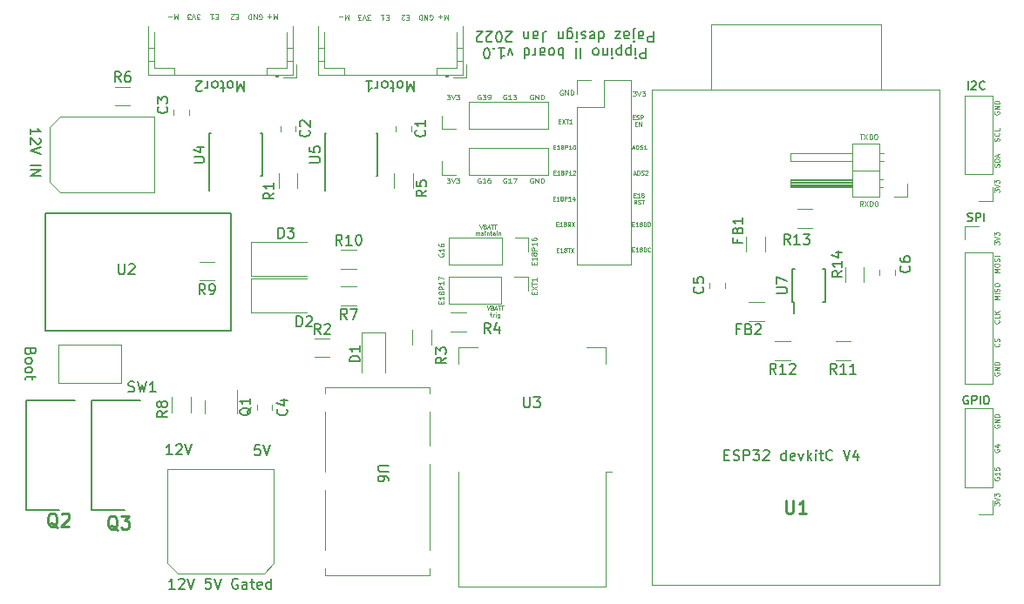
<source format=gbr>
%TF.GenerationSoftware,KiCad,Pcbnew,6.0.1-79c1e3a40b~116~ubuntu20.04.1*%
%TF.CreationDate,2022-01-24T14:05:44+01:00*%
%TF.ProjectId,pippino_board,70697070-696e-46f5-9f62-6f6172642e6b,rev?*%
%TF.SameCoordinates,Original*%
%TF.FileFunction,Legend,Top*%
%TF.FilePolarity,Positive*%
%FSLAX46Y46*%
G04 Gerber Fmt 4.6, Leading zero omitted, Abs format (unit mm)*
G04 Created by KiCad (PCBNEW 6.0.1-79c1e3a40b~116~ubuntu20.04.1) date 2022-01-24 14:05:44*
%MOMM*%
%LPD*%
G01*
G04 APERTURE LIST*
%ADD10C,0.100000*%
%ADD11C,0.080000*%
%ADD12C,0.150000*%
%ADD13C,0.254000*%
%ADD14C,0.120000*%
%ADD15C,0.200000*%
G04 APERTURE END LIST*
D10*
X238928571Y-50726190D02*
X238761904Y-50488095D01*
X238642857Y-50726190D02*
X238642857Y-50226190D01*
X238833333Y-50226190D01*
X238880952Y-50250000D01*
X238904761Y-50273809D01*
X238928571Y-50321428D01*
X238928571Y-50392857D01*
X238904761Y-50440476D01*
X238880952Y-50464285D01*
X238833333Y-50488095D01*
X238642857Y-50488095D01*
X239095238Y-50226190D02*
X239428571Y-50726190D01*
X239428571Y-50226190D02*
X239095238Y-50726190D01*
X239619047Y-50726190D02*
X239619047Y-50226190D01*
X239738095Y-50226190D01*
X239809523Y-50250000D01*
X239857142Y-50297619D01*
X239880952Y-50345238D01*
X239904761Y-50440476D01*
X239904761Y-50511904D01*
X239880952Y-50607142D01*
X239857142Y-50654761D01*
X239809523Y-50702380D01*
X239738095Y-50726190D01*
X239619047Y-50726190D01*
X240214285Y-50226190D02*
X240261904Y-50226190D01*
X240309523Y-50250000D01*
X240333333Y-50273809D01*
X240357142Y-50321428D01*
X240380952Y-50416666D01*
X240380952Y-50535714D01*
X240357142Y-50630952D01*
X240333333Y-50678571D01*
X240309523Y-50702380D01*
X240261904Y-50726190D01*
X240214285Y-50726190D01*
X240166666Y-50702380D01*
X240142857Y-50678571D01*
X240119047Y-50630952D01*
X240095238Y-50535714D01*
X240095238Y-50416666D01*
X240119047Y-50321428D01*
X240142857Y-50273809D01*
X240166666Y-50250000D01*
X240214285Y-50226190D01*
X238630952Y-43726190D02*
X238916666Y-43726190D01*
X238773809Y-44226190D02*
X238773809Y-43726190D01*
X239035714Y-43726190D02*
X239369047Y-44226190D01*
X239369047Y-43726190D02*
X239035714Y-44226190D01*
X239559523Y-44226190D02*
X239559523Y-43726190D01*
X239678571Y-43726190D01*
X239750000Y-43750000D01*
X239797619Y-43797619D01*
X239821428Y-43845238D01*
X239845238Y-43940476D01*
X239845238Y-44011904D01*
X239821428Y-44107142D01*
X239797619Y-44154761D01*
X239750000Y-44202380D01*
X239678571Y-44226190D01*
X239559523Y-44226190D01*
X240154761Y-43726190D02*
X240202380Y-43726190D01*
X240250000Y-43750000D01*
X240273809Y-43773809D01*
X240297619Y-43821428D01*
X240321428Y-43916666D01*
X240321428Y-44035714D01*
X240297619Y-44130952D01*
X240273809Y-44178571D01*
X240250000Y-44202380D01*
X240202380Y-44226190D01*
X240154761Y-44226190D01*
X240107142Y-44202380D01*
X240083333Y-44178571D01*
X240059523Y-44130952D01*
X240035714Y-44035714D01*
X240035714Y-43916666D01*
X240059523Y-43821428D01*
X240083333Y-43773809D01*
X240107142Y-43750000D01*
X240154761Y-43726190D01*
X216566698Y-39518836D02*
X216876222Y-39518836D01*
X216709555Y-39709312D01*
X216780984Y-39709312D01*
X216828603Y-39733122D01*
X216852412Y-39756931D01*
X216876222Y-39804550D01*
X216876222Y-39923598D01*
X216852412Y-39971217D01*
X216828603Y-39995026D01*
X216780984Y-40018836D01*
X216638126Y-40018836D01*
X216590507Y-39995026D01*
X216566698Y-39971217D01*
X217019079Y-39518836D02*
X217185746Y-40018836D01*
X217352412Y-39518836D01*
X217471460Y-39518836D02*
X217780984Y-39518836D01*
X217614317Y-39709312D01*
X217685746Y-39709312D01*
X217733365Y-39733122D01*
X217757174Y-39756931D01*
X217780984Y-39804550D01*
X217780984Y-39923598D01*
X217757174Y-39971217D01*
X217733365Y-39995026D01*
X217685746Y-40018836D01*
X217542888Y-40018836D01*
X217495269Y-39995026D01*
X217471460Y-39971217D01*
X197750000Y-55345238D02*
X197726190Y-55392857D01*
X197726190Y-55464285D01*
X197750000Y-55535714D01*
X197797619Y-55583333D01*
X197845238Y-55607142D01*
X197940476Y-55630952D01*
X198011904Y-55630952D01*
X198107142Y-55607142D01*
X198154761Y-55583333D01*
X198202380Y-55535714D01*
X198226190Y-55464285D01*
X198226190Y-55416666D01*
X198202380Y-55345238D01*
X198178571Y-55321428D01*
X198011904Y-55321428D01*
X198011904Y-55416666D01*
X198226190Y-54845238D02*
X198226190Y-55130952D01*
X198226190Y-54988095D02*
X197726190Y-54988095D01*
X197797619Y-55035714D01*
X197845238Y-55083333D01*
X197869047Y-55130952D01*
X197726190Y-54416666D02*
X197726190Y-54511904D01*
X197750000Y-54559523D01*
X197773809Y-54583333D01*
X197845238Y-54630952D01*
X197940476Y-54654761D01*
X198130952Y-54654761D01*
X198178571Y-54630952D01*
X198202380Y-54607142D01*
X198226190Y-54559523D01*
X198226190Y-54464285D01*
X198202380Y-54416666D01*
X198178571Y-54392857D01*
X198130952Y-54369047D01*
X198011904Y-54369047D01*
X197964285Y-54392857D01*
X197940476Y-54416666D01*
X197916666Y-54464285D01*
X197916666Y-54559523D01*
X197940476Y-54607142D01*
X197964285Y-54630952D01*
X198011904Y-54654761D01*
D11*
X209190476Y-54971428D02*
X209323809Y-54971428D01*
X209380952Y-55180952D02*
X209190476Y-55180952D01*
X209190476Y-54780952D01*
X209380952Y-54780952D01*
X209761904Y-55180952D02*
X209533333Y-55180952D01*
X209647619Y-55180952D02*
X209647619Y-54780952D01*
X209609523Y-54838095D01*
X209571428Y-54876190D01*
X209533333Y-54895238D01*
X209990476Y-54952380D02*
X209952380Y-54933333D01*
X209933333Y-54914285D01*
X209914285Y-54876190D01*
X209914285Y-54857142D01*
X209933333Y-54819047D01*
X209952380Y-54800000D01*
X209990476Y-54780952D01*
X210066666Y-54780952D01*
X210104761Y-54800000D01*
X210123809Y-54819047D01*
X210142857Y-54857142D01*
X210142857Y-54876190D01*
X210123809Y-54914285D01*
X210104761Y-54933333D01*
X210066666Y-54952380D01*
X209990476Y-54952380D01*
X209952380Y-54971428D01*
X209933333Y-54990476D01*
X209914285Y-55028571D01*
X209914285Y-55104761D01*
X209933333Y-55142857D01*
X209952380Y-55161904D01*
X209990476Y-55180952D01*
X210066666Y-55180952D01*
X210104761Y-55161904D01*
X210123809Y-55142857D01*
X210142857Y-55104761D01*
X210142857Y-55028571D01*
X210123809Y-54990476D01*
X210104761Y-54971428D01*
X210066666Y-54952380D01*
X210257142Y-54780952D02*
X210485714Y-54780952D01*
X210371428Y-55180952D02*
X210371428Y-54780952D01*
X210580952Y-54780952D02*
X210847619Y-55180952D01*
X210847619Y-54780952D02*
X210580952Y-55180952D01*
D12*
X178809523Y-38547619D02*
X178809523Y-39547619D01*
X178476190Y-38833333D01*
X178142857Y-39547619D01*
X178142857Y-38547619D01*
X177523809Y-38547619D02*
X177619047Y-38595238D01*
X177666666Y-38642857D01*
X177714285Y-38738095D01*
X177714285Y-39023809D01*
X177666666Y-39119047D01*
X177619047Y-39166666D01*
X177523809Y-39214285D01*
X177380952Y-39214285D01*
X177285714Y-39166666D01*
X177238095Y-39119047D01*
X177190476Y-39023809D01*
X177190476Y-38738095D01*
X177238095Y-38642857D01*
X177285714Y-38595238D01*
X177380952Y-38547619D01*
X177523809Y-38547619D01*
X176904761Y-39214285D02*
X176523809Y-39214285D01*
X176761904Y-39547619D02*
X176761904Y-38690476D01*
X176714285Y-38595238D01*
X176619047Y-38547619D01*
X176523809Y-38547619D01*
X176047619Y-38547619D02*
X176142857Y-38595238D01*
X176190476Y-38642857D01*
X176238095Y-38738095D01*
X176238095Y-39023809D01*
X176190476Y-39119047D01*
X176142857Y-39166666D01*
X176047619Y-39214285D01*
X175904761Y-39214285D01*
X175809523Y-39166666D01*
X175761904Y-39119047D01*
X175714285Y-39023809D01*
X175714285Y-38738095D01*
X175761904Y-38642857D01*
X175809523Y-38595238D01*
X175904761Y-38547619D01*
X176047619Y-38547619D01*
X175285714Y-38547619D02*
X175285714Y-39214285D01*
X175285714Y-39023809D02*
X175238095Y-39119047D01*
X175190476Y-39166666D01*
X175095238Y-39214285D01*
X175000000Y-39214285D01*
X174714285Y-39452380D02*
X174666666Y-39500000D01*
X174571428Y-39547619D01*
X174333333Y-39547619D01*
X174238095Y-39500000D01*
X174190476Y-39452380D01*
X174142857Y-39357142D01*
X174142857Y-39261904D01*
X174190476Y-39119047D01*
X174761904Y-38547619D01*
X174142857Y-38547619D01*
D10*
X251694190Y-54467047D02*
X251694190Y-54157523D01*
X251884666Y-54324190D01*
X251884666Y-54252761D01*
X251908476Y-54205142D01*
X251932285Y-54181333D01*
X251979904Y-54157523D01*
X252098952Y-54157523D01*
X252146571Y-54181333D01*
X252170380Y-54205142D01*
X252194190Y-54252761D01*
X252194190Y-54395619D01*
X252170380Y-54443238D01*
X252146571Y-54467047D01*
X251694190Y-54014666D02*
X252194190Y-53848000D01*
X251694190Y-53681333D01*
X251694190Y-53562285D02*
X251694190Y-53252761D01*
X251884666Y-53419428D01*
X251884666Y-53348000D01*
X251908476Y-53300380D01*
X251932285Y-53276571D01*
X251979904Y-53252761D01*
X252098952Y-53252761D01*
X252146571Y-53276571D01*
X252170380Y-53300380D01*
X252194190Y-53348000D01*
X252194190Y-53490857D01*
X252170380Y-53538476D01*
X252146571Y-53562285D01*
X209764995Y-39449773D02*
X209717376Y-39425963D01*
X209645948Y-39425963D01*
X209574519Y-39449773D01*
X209526900Y-39497392D01*
X209503090Y-39545011D01*
X209479281Y-39640249D01*
X209479281Y-39711677D01*
X209503090Y-39806915D01*
X209526900Y-39854534D01*
X209574519Y-39902153D01*
X209645948Y-39925963D01*
X209693567Y-39925963D01*
X209764995Y-39902153D01*
X209788805Y-39878344D01*
X209788805Y-39711677D01*
X209693567Y-39711677D01*
X210003090Y-39925963D02*
X210003090Y-39425963D01*
X210288805Y-39925963D01*
X210288805Y-39425963D01*
X210526900Y-39925963D02*
X210526900Y-39425963D01*
X210645948Y-39425963D01*
X210717376Y-39449773D01*
X210764995Y-39497392D01*
X210788805Y-39545011D01*
X210812614Y-39640249D01*
X210812614Y-39711677D01*
X210788805Y-39806915D01*
X210764995Y-39854534D01*
X210717376Y-39902153D01*
X210645948Y-39925963D01*
X210526900Y-39925963D01*
X252194190Y-57173714D02*
X251694190Y-57173714D01*
X252051333Y-57007047D01*
X251694190Y-56840380D01*
X252194190Y-56840380D01*
X251694190Y-56507047D02*
X251694190Y-56411809D01*
X251718000Y-56364190D01*
X251765619Y-56316571D01*
X251860857Y-56292761D01*
X252027523Y-56292761D01*
X252122761Y-56316571D01*
X252170380Y-56364190D01*
X252194190Y-56411809D01*
X252194190Y-56507047D01*
X252170380Y-56554666D01*
X252122761Y-56602285D01*
X252027523Y-56626095D01*
X251860857Y-56626095D01*
X251765619Y-56602285D01*
X251718000Y-56554666D01*
X251694190Y-56507047D01*
X252170380Y-56102285D02*
X252194190Y-56030857D01*
X252194190Y-55911809D01*
X252170380Y-55864190D01*
X252146571Y-55840380D01*
X252098952Y-55816571D01*
X252051333Y-55816571D01*
X252003714Y-55840380D01*
X251979904Y-55864190D01*
X251956095Y-55911809D01*
X251932285Y-56007047D01*
X251908476Y-56054666D01*
X251884666Y-56078476D01*
X251837047Y-56102285D01*
X251789428Y-56102285D01*
X251741809Y-56078476D01*
X251718000Y-56054666D01*
X251694190Y-56007047D01*
X251694190Y-55888000D01*
X251718000Y-55816571D01*
X252194190Y-55602285D02*
X251694190Y-55602285D01*
D11*
X216536093Y-45066666D02*
X216726569Y-45066666D01*
X216497998Y-45180952D02*
X216631331Y-44780952D01*
X216764664Y-45180952D01*
X216897998Y-45180952D02*
X216897998Y-44780952D01*
X216993236Y-44780952D01*
X217050379Y-44800000D01*
X217088474Y-44838095D01*
X217107522Y-44876190D01*
X217126569Y-44952380D01*
X217126569Y-45009523D01*
X217107522Y-45085714D01*
X217088474Y-45123809D01*
X217050379Y-45161904D01*
X216993236Y-45180952D01*
X216897998Y-45180952D01*
X217278950Y-45161904D02*
X217336093Y-45180952D01*
X217431331Y-45180952D01*
X217469426Y-45161904D01*
X217488474Y-45142857D01*
X217507522Y-45104761D01*
X217507522Y-45066666D01*
X217488474Y-45028571D01*
X217469426Y-45009523D01*
X217431331Y-44990476D01*
X217355141Y-44971428D01*
X217317045Y-44952380D01*
X217297998Y-44933333D01*
X217278950Y-44895238D01*
X217278950Y-44857142D01*
X217297998Y-44819047D01*
X217317045Y-44800000D01*
X217355141Y-44780952D01*
X217450379Y-44780952D01*
X217507522Y-44800000D01*
X217888474Y-45180952D02*
X217659903Y-45180952D01*
X217774188Y-45180952D02*
X217774188Y-44780952D01*
X217736093Y-44838095D01*
X217697998Y-44876190D01*
X217659903Y-44895238D01*
D10*
X201781761Y-39882000D02*
X201734142Y-39858190D01*
X201662714Y-39858190D01*
X201591285Y-39882000D01*
X201543666Y-39929619D01*
X201519857Y-39977238D01*
X201496047Y-40072476D01*
X201496047Y-40143904D01*
X201519857Y-40239142D01*
X201543666Y-40286761D01*
X201591285Y-40334380D01*
X201662714Y-40358190D01*
X201710333Y-40358190D01*
X201781761Y-40334380D01*
X201805571Y-40310571D01*
X201805571Y-40143904D01*
X201710333Y-40143904D01*
X201972238Y-39858190D02*
X202281761Y-39858190D01*
X202115095Y-40048666D01*
X202186523Y-40048666D01*
X202234142Y-40072476D01*
X202257952Y-40096285D01*
X202281761Y-40143904D01*
X202281761Y-40262952D01*
X202257952Y-40310571D01*
X202234142Y-40334380D01*
X202186523Y-40358190D01*
X202043666Y-40358190D01*
X201996047Y-40334380D01*
X201972238Y-40310571D01*
X202519857Y-40358190D02*
X202615095Y-40358190D01*
X202662714Y-40334380D01*
X202686523Y-40310571D01*
X202734142Y-40239142D01*
X202757952Y-40143904D01*
X202757952Y-39953428D01*
X202734142Y-39905809D01*
X202710333Y-39882000D01*
X202662714Y-39858190D01*
X202567476Y-39858190D01*
X202519857Y-39882000D01*
X202496047Y-39905809D01*
X202472238Y-39953428D01*
X202472238Y-40072476D01*
X202496047Y-40120095D01*
X202519857Y-40143904D01*
X202567476Y-40167714D01*
X202662714Y-40167714D01*
X202710333Y-40143904D01*
X202734142Y-40120095D01*
X202757952Y-40072476D01*
D11*
X202390476Y-60418952D02*
X202523809Y-60818952D01*
X202657142Y-60418952D01*
X202923809Y-60609428D02*
X202980952Y-60628476D01*
X203000000Y-60647523D01*
X203019047Y-60685619D01*
X203019047Y-60742761D01*
X203000000Y-60780857D01*
X202980952Y-60799904D01*
X202942857Y-60818952D01*
X202790476Y-60818952D01*
X202790476Y-60418952D01*
X202923809Y-60418952D01*
X202961904Y-60438000D01*
X202980952Y-60457047D01*
X203000000Y-60495142D01*
X203000000Y-60533238D01*
X202980952Y-60571333D01*
X202961904Y-60590380D01*
X202923809Y-60609428D01*
X202790476Y-60609428D01*
X203171428Y-60704666D02*
X203361904Y-60704666D01*
X203133333Y-60818952D02*
X203266666Y-60418952D01*
X203400000Y-60818952D01*
X203476190Y-60418952D02*
X203704761Y-60418952D01*
X203590476Y-60818952D02*
X203590476Y-60418952D01*
X203780952Y-60418952D02*
X204009523Y-60418952D01*
X203895238Y-60818952D02*
X203895238Y-60418952D01*
X202723809Y-61196285D02*
X202876190Y-61196285D01*
X202780952Y-61062952D02*
X202780952Y-61405809D01*
X202800000Y-61443904D01*
X202838095Y-61462952D01*
X202876190Y-61462952D01*
X203009523Y-61462952D02*
X203009523Y-61196285D01*
X203009523Y-61272476D02*
X203028571Y-61234380D01*
X203047619Y-61215333D01*
X203085714Y-61196285D01*
X203123809Y-61196285D01*
X203257142Y-61462952D02*
X203257142Y-61196285D01*
X203257142Y-61062952D02*
X203238095Y-61082000D01*
X203257142Y-61101047D01*
X203276190Y-61082000D01*
X203257142Y-61062952D01*
X203257142Y-61101047D01*
X203619047Y-61196285D02*
X203619047Y-61520095D01*
X203600000Y-61558190D01*
X203580952Y-61577238D01*
X203542857Y-61596285D01*
X203485714Y-61596285D01*
X203447619Y-61577238D01*
X203619047Y-61443904D02*
X203580952Y-61462952D01*
X203504761Y-61462952D01*
X203466666Y-61443904D01*
X203447619Y-61424857D01*
X203428571Y-61386761D01*
X203428571Y-61272476D01*
X203447619Y-61234380D01*
X203466666Y-61215333D01*
X203504761Y-61196285D01*
X203580952Y-61196285D01*
X203619047Y-61215333D01*
D10*
X251718000Y-41528952D02*
X251694190Y-41576571D01*
X251694190Y-41648000D01*
X251718000Y-41719428D01*
X251765619Y-41767047D01*
X251813238Y-41790857D01*
X251908476Y-41814666D01*
X251979904Y-41814666D01*
X252075142Y-41790857D01*
X252122761Y-41767047D01*
X252170380Y-41719428D01*
X252194190Y-41648000D01*
X252194190Y-41600380D01*
X252170380Y-41528952D01*
X252146571Y-41505142D01*
X251979904Y-41505142D01*
X251979904Y-41600380D01*
X252194190Y-41290857D02*
X251694190Y-41290857D01*
X252194190Y-41005142D01*
X251694190Y-41005142D01*
X252194190Y-40767047D02*
X251694190Y-40767047D01*
X251694190Y-40648000D01*
X251718000Y-40576571D01*
X251765619Y-40528952D01*
X251813238Y-40505142D01*
X251908476Y-40481333D01*
X251979904Y-40481333D01*
X252075142Y-40505142D01*
X252122761Y-40528952D01*
X252170380Y-40576571D01*
X252194190Y-40648000D01*
X252194190Y-40767047D01*
D11*
X216604428Y-42052524D02*
X216737761Y-42052524D01*
X216794904Y-42262048D02*
X216604428Y-42262048D01*
X216604428Y-41862048D01*
X216794904Y-41862048D01*
X216947285Y-42243000D02*
X217004428Y-42262048D01*
X217099666Y-42262048D01*
X217137761Y-42243000D01*
X217156809Y-42223953D01*
X217175857Y-42185857D01*
X217175857Y-42147762D01*
X217156809Y-42109667D01*
X217137761Y-42090619D01*
X217099666Y-42071572D01*
X217023476Y-42052524D01*
X216985380Y-42033476D01*
X216966333Y-42014429D01*
X216947285Y-41976334D01*
X216947285Y-41938238D01*
X216966333Y-41900143D01*
X216985380Y-41881096D01*
X217023476Y-41862048D01*
X217118714Y-41862048D01*
X217175857Y-41881096D01*
X217347285Y-42262048D02*
X217347285Y-41862048D01*
X217499666Y-41862048D01*
X217537761Y-41881096D01*
X217556809Y-41900143D01*
X217575857Y-41938238D01*
X217575857Y-41995381D01*
X217556809Y-42033476D01*
X217537761Y-42052524D01*
X217499666Y-42071572D01*
X217347285Y-42071572D01*
X216785380Y-42696524D02*
X216918714Y-42696524D01*
X216975857Y-42906048D02*
X216785380Y-42906048D01*
X216785380Y-42506048D01*
X216975857Y-42506048D01*
X217147285Y-42906048D02*
X217147285Y-42506048D01*
X217375857Y-42906048D01*
X217375857Y-42506048D01*
D10*
X251718000Y-72008952D02*
X251694190Y-72056571D01*
X251694190Y-72128000D01*
X251718000Y-72199428D01*
X251765619Y-72247047D01*
X251813238Y-72270857D01*
X251908476Y-72294666D01*
X251979904Y-72294666D01*
X252075142Y-72270857D01*
X252122761Y-72247047D01*
X252170380Y-72199428D01*
X252194190Y-72128000D01*
X252194190Y-72080380D01*
X252170380Y-72008952D01*
X252146571Y-71985142D01*
X251979904Y-71985142D01*
X251979904Y-72080380D01*
X252194190Y-71770857D02*
X251694190Y-71770857D01*
X252194190Y-71485142D01*
X251694190Y-71485142D01*
X252194190Y-71247047D02*
X251694190Y-71247047D01*
X251694190Y-71128000D01*
X251718000Y-71056571D01*
X251765619Y-71008952D01*
X251813238Y-70985142D01*
X251908476Y-70961333D01*
X251979904Y-70961333D01*
X252075142Y-70985142D01*
X252122761Y-71008952D01*
X252170380Y-71056571D01*
X252194190Y-71128000D01*
X252194190Y-71247047D01*
X252194190Y-59810714D02*
X251694190Y-59810714D01*
X252051333Y-59644047D01*
X251694190Y-59477380D01*
X252194190Y-59477380D01*
X252194190Y-59239285D02*
X251694190Y-59239285D01*
X252170380Y-59025000D02*
X252194190Y-58953571D01*
X252194190Y-58834523D01*
X252170380Y-58786904D01*
X252146571Y-58763095D01*
X252098952Y-58739285D01*
X252051333Y-58739285D01*
X252003714Y-58763095D01*
X251979904Y-58786904D01*
X251956095Y-58834523D01*
X251932285Y-58929761D01*
X251908476Y-58977380D01*
X251884666Y-59001190D01*
X251837047Y-59025000D01*
X251789428Y-59025000D01*
X251741809Y-59001190D01*
X251718000Y-58977380D01*
X251694190Y-58929761D01*
X251694190Y-58810714D01*
X251718000Y-58739285D01*
X251694190Y-58429761D02*
X251694190Y-58334523D01*
X251718000Y-58286904D01*
X251765619Y-58239285D01*
X251860857Y-58215476D01*
X252027523Y-58215476D01*
X252122761Y-58239285D01*
X252170380Y-58286904D01*
X252194190Y-58334523D01*
X252194190Y-58429761D01*
X252170380Y-58477380D01*
X252122761Y-58525000D01*
X252027523Y-58548809D01*
X251860857Y-58548809D01*
X251765619Y-58525000D01*
X251718000Y-58477380D01*
X251694190Y-58429761D01*
X251694190Y-49387047D02*
X251694190Y-49077523D01*
X251884666Y-49244190D01*
X251884666Y-49172761D01*
X251908476Y-49125142D01*
X251932285Y-49101333D01*
X251979904Y-49077523D01*
X252098952Y-49077523D01*
X252146571Y-49101333D01*
X252170380Y-49125142D01*
X252194190Y-49172761D01*
X252194190Y-49315619D01*
X252170380Y-49363238D01*
X252146571Y-49387047D01*
X251694190Y-48934666D02*
X252194190Y-48768000D01*
X251694190Y-48601333D01*
X251694190Y-48482285D02*
X251694190Y-48172761D01*
X251884666Y-48339428D01*
X251884666Y-48268000D01*
X251908476Y-48220380D01*
X251932285Y-48196571D01*
X251979904Y-48172761D01*
X252098952Y-48172761D01*
X252146571Y-48196571D01*
X252170380Y-48220380D01*
X252194190Y-48268000D01*
X252194190Y-48410857D01*
X252170380Y-48458476D01*
X252146571Y-48482285D01*
D12*
X249136000Y-69196000D02*
X249059809Y-69157904D01*
X248945523Y-69157904D01*
X248831238Y-69196000D01*
X248755047Y-69272190D01*
X248716952Y-69348380D01*
X248678857Y-69500761D01*
X248678857Y-69615047D01*
X248716952Y-69767428D01*
X248755047Y-69843619D01*
X248831238Y-69919809D01*
X248945523Y-69957904D01*
X249021714Y-69957904D01*
X249136000Y-69919809D01*
X249174095Y-69881714D01*
X249174095Y-69615047D01*
X249021714Y-69615047D01*
X249516952Y-69957904D02*
X249516952Y-69157904D01*
X249821714Y-69157904D01*
X249897904Y-69196000D01*
X249936000Y-69234095D01*
X249974095Y-69310285D01*
X249974095Y-69424571D01*
X249936000Y-69500761D01*
X249897904Y-69538857D01*
X249821714Y-69576952D01*
X249516952Y-69576952D01*
X250316952Y-69957904D02*
X250316952Y-69157904D01*
X250850285Y-69157904D02*
X251002666Y-69157904D01*
X251078857Y-69196000D01*
X251155047Y-69272190D01*
X251193142Y-69424571D01*
X251193142Y-69691238D01*
X251155047Y-69843619D01*
X251078857Y-69919809D01*
X251002666Y-69957904D01*
X250850285Y-69957904D01*
X250774095Y-69919809D01*
X250697904Y-69843619D01*
X250659809Y-69691238D01*
X250659809Y-69424571D01*
X250697904Y-69272190D01*
X250774095Y-69196000D01*
X250850285Y-69157904D01*
D10*
X251718000Y-66928952D02*
X251694190Y-66976571D01*
X251694190Y-67048000D01*
X251718000Y-67119428D01*
X251765619Y-67167047D01*
X251813238Y-67190857D01*
X251908476Y-67214666D01*
X251979904Y-67214666D01*
X252075142Y-67190857D01*
X252122761Y-67167047D01*
X252170380Y-67119428D01*
X252194190Y-67048000D01*
X252194190Y-67000380D01*
X252170380Y-66928952D01*
X252146571Y-66905142D01*
X251979904Y-66905142D01*
X251979904Y-67000380D01*
X252194190Y-66690857D02*
X251694190Y-66690857D01*
X252194190Y-66405142D01*
X251694190Y-66405142D01*
X252194190Y-66167047D02*
X251694190Y-66167047D01*
X251694190Y-66048000D01*
X251718000Y-65976571D01*
X251765619Y-65928952D01*
X251813238Y-65905142D01*
X251908476Y-65881333D01*
X251979904Y-65881333D01*
X252075142Y-65905142D01*
X252122761Y-65928952D01*
X252170380Y-65976571D01*
X252194190Y-66048000D01*
X252194190Y-66167047D01*
D11*
X198614623Y-32088694D02*
X198614623Y-32588694D01*
X198447956Y-32231551D01*
X198281290Y-32588694D01*
X198281290Y-32088694D01*
X198043194Y-32279170D02*
X197662242Y-32279170D01*
X197852718Y-32088694D02*
X197852718Y-32469646D01*
D10*
X251718000Y-74372142D02*
X251694190Y-74419761D01*
X251694190Y-74491190D01*
X251718000Y-74562619D01*
X251765619Y-74610238D01*
X251813238Y-74634047D01*
X251908476Y-74657857D01*
X251979904Y-74657857D01*
X252075142Y-74634047D01*
X252122761Y-74610238D01*
X252170380Y-74562619D01*
X252194190Y-74491190D01*
X252194190Y-74443571D01*
X252170380Y-74372142D01*
X252146571Y-74348333D01*
X251979904Y-74348333D01*
X251979904Y-74443571D01*
X251860857Y-73919761D02*
X252194190Y-73919761D01*
X251670380Y-74038809D02*
X252027523Y-74157857D01*
X252027523Y-73848333D01*
D11*
X188954344Y-32088694D02*
X188954344Y-32588694D01*
X188787677Y-32231551D01*
X188621011Y-32588694D01*
X188621011Y-32088694D01*
X188382915Y-32279170D02*
X188001963Y-32279170D01*
D10*
X252146571Y-61822619D02*
X252170380Y-61846428D01*
X252194190Y-61917857D01*
X252194190Y-61965476D01*
X252170380Y-62036904D01*
X252122761Y-62084523D01*
X252075142Y-62108333D01*
X251979904Y-62132142D01*
X251908476Y-62132142D01*
X251813238Y-62108333D01*
X251765619Y-62084523D01*
X251718000Y-62036904D01*
X251694190Y-61965476D01*
X251694190Y-61917857D01*
X251718000Y-61846428D01*
X251741809Y-61822619D01*
X252194190Y-61370238D02*
X252194190Y-61608333D01*
X251694190Y-61608333D01*
X252194190Y-61203571D02*
X251694190Y-61203571D01*
X252194190Y-60917857D02*
X251908476Y-61132142D01*
X251694190Y-60917857D02*
X251979904Y-61203571D01*
D11*
X216525079Y-54930448D02*
X216658412Y-54930448D01*
X216715555Y-55139972D02*
X216525079Y-55139972D01*
X216525079Y-54739972D01*
X216715555Y-54739972D01*
X217096507Y-55139972D02*
X216867936Y-55139972D01*
X216982222Y-55139972D02*
X216982222Y-54739972D01*
X216944126Y-54797115D01*
X216906031Y-54835210D01*
X216867936Y-54854258D01*
X217325079Y-54911400D02*
X217286984Y-54892353D01*
X217267936Y-54873305D01*
X217248888Y-54835210D01*
X217248888Y-54816162D01*
X217267936Y-54778067D01*
X217286984Y-54759020D01*
X217325079Y-54739972D01*
X217401269Y-54739972D01*
X217439365Y-54759020D01*
X217458412Y-54778067D01*
X217477460Y-54816162D01*
X217477460Y-54835210D01*
X217458412Y-54873305D01*
X217439365Y-54892353D01*
X217401269Y-54911400D01*
X217325079Y-54911400D01*
X217286984Y-54930448D01*
X217267936Y-54949496D01*
X217248888Y-54987591D01*
X217248888Y-55063781D01*
X217267936Y-55101877D01*
X217286984Y-55120924D01*
X217325079Y-55139972D01*
X217401269Y-55139972D01*
X217439365Y-55120924D01*
X217458412Y-55101877D01*
X217477460Y-55063781D01*
X217477460Y-54987591D01*
X217458412Y-54949496D01*
X217439365Y-54930448D01*
X217401269Y-54911400D01*
X217648888Y-55139972D02*
X217648888Y-54739972D01*
X217744126Y-54739972D01*
X217801269Y-54759020D01*
X217839365Y-54797115D01*
X217858412Y-54835210D01*
X217877460Y-54911400D01*
X217877460Y-54968543D01*
X217858412Y-55044734D01*
X217839365Y-55082829D01*
X217801269Y-55120924D01*
X217744126Y-55139972D01*
X217648888Y-55139972D01*
X218277460Y-55101877D02*
X218258412Y-55120924D01*
X218201269Y-55139972D01*
X218163174Y-55139972D01*
X218106031Y-55120924D01*
X218067936Y-55082829D01*
X218048888Y-55044734D01*
X218029841Y-54968543D01*
X218029841Y-54911400D01*
X218048888Y-54835210D01*
X218067936Y-54797115D01*
X218106031Y-54759020D01*
X218163174Y-54739972D01*
X218201269Y-54739972D01*
X218258412Y-54759020D01*
X218277460Y-54778067D01*
D10*
X204281761Y-48010000D02*
X204234142Y-47986190D01*
X204162714Y-47986190D01*
X204091285Y-48010000D01*
X204043666Y-48057619D01*
X204019857Y-48105238D01*
X203996047Y-48200476D01*
X203996047Y-48271904D01*
X204019857Y-48367142D01*
X204043666Y-48414761D01*
X204091285Y-48462380D01*
X204162714Y-48486190D01*
X204210333Y-48486190D01*
X204281761Y-48462380D01*
X204305571Y-48438571D01*
X204305571Y-48271904D01*
X204210333Y-48271904D01*
X204781761Y-48486190D02*
X204496047Y-48486190D01*
X204638904Y-48486190D02*
X204638904Y-47986190D01*
X204591285Y-48057619D01*
X204543666Y-48105238D01*
X204496047Y-48129047D01*
X204948428Y-47986190D02*
X205281761Y-47986190D01*
X205067476Y-48486190D01*
X252146571Y-64091333D02*
X252170380Y-64115142D01*
X252194190Y-64186571D01*
X252194190Y-64234190D01*
X252170380Y-64305619D01*
X252122761Y-64353238D01*
X252075142Y-64377047D01*
X251979904Y-64400857D01*
X251908476Y-64400857D01*
X251813238Y-64377047D01*
X251765619Y-64353238D01*
X251718000Y-64305619D01*
X251694190Y-64234190D01*
X251694190Y-64186571D01*
X251718000Y-64115142D01*
X251741809Y-64091333D01*
X252170380Y-63900857D02*
X252194190Y-63829428D01*
X252194190Y-63710380D01*
X252170380Y-63662761D01*
X252146571Y-63638952D01*
X252098952Y-63615142D01*
X252051333Y-63615142D01*
X252003714Y-63638952D01*
X251979904Y-63662761D01*
X251956095Y-63710380D01*
X251932285Y-63805619D01*
X251908476Y-63853238D01*
X251884666Y-63877047D01*
X251837047Y-63900857D01*
X251789428Y-63900857D01*
X251741809Y-63877047D01*
X251718000Y-63853238D01*
X251694190Y-63805619D01*
X251694190Y-63686571D01*
X251718000Y-63615142D01*
D11*
X182033909Y-32061657D02*
X182033909Y-32561657D01*
X181867242Y-32204514D01*
X181700576Y-32561657D01*
X181700576Y-32061657D01*
X181462480Y-32252133D02*
X181081528Y-32252133D01*
X181272004Y-32061657D02*
X181272004Y-32442609D01*
D12*
X172095238Y-87952380D02*
X171523809Y-87952380D01*
X171809523Y-87952380D02*
X171809523Y-86952380D01*
X171714285Y-87095238D01*
X171619047Y-87190476D01*
X171523809Y-87238095D01*
X172476190Y-87047619D02*
X172523809Y-87000000D01*
X172619047Y-86952380D01*
X172857142Y-86952380D01*
X172952380Y-87000000D01*
X173000000Y-87047619D01*
X173047619Y-87142857D01*
X173047619Y-87238095D01*
X173000000Y-87380952D01*
X172428571Y-87952380D01*
X173047619Y-87952380D01*
X173333333Y-86952380D02*
X173666666Y-87952380D01*
X174000000Y-86952380D01*
X175571428Y-86952380D02*
X175095238Y-86952380D01*
X175047619Y-87428571D01*
X175095238Y-87380952D01*
X175190476Y-87333333D01*
X175428571Y-87333333D01*
X175523809Y-87380952D01*
X175571428Y-87428571D01*
X175619047Y-87523809D01*
X175619047Y-87761904D01*
X175571428Y-87857142D01*
X175523809Y-87904761D01*
X175428571Y-87952380D01*
X175190476Y-87952380D01*
X175095238Y-87904761D01*
X175047619Y-87857142D01*
X175904761Y-86952380D02*
X176238095Y-87952380D01*
X176571428Y-86952380D01*
X178190476Y-87000000D02*
X178095238Y-86952380D01*
X177952380Y-86952380D01*
X177809523Y-87000000D01*
X177714285Y-87095238D01*
X177666666Y-87190476D01*
X177619047Y-87380952D01*
X177619047Y-87523809D01*
X177666666Y-87714285D01*
X177714285Y-87809523D01*
X177809523Y-87904761D01*
X177952380Y-87952380D01*
X178047619Y-87952380D01*
X178190476Y-87904761D01*
X178238095Y-87857142D01*
X178238095Y-87523809D01*
X178047619Y-87523809D01*
X179095238Y-87952380D02*
X179095238Y-87428571D01*
X179047619Y-87333333D01*
X178952380Y-87285714D01*
X178761904Y-87285714D01*
X178666666Y-87333333D01*
X179095238Y-87904761D02*
X179000000Y-87952380D01*
X178761904Y-87952380D01*
X178666666Y-87904761D01*
X178619047Y-87809523D01*
X178619047Y-87714285D01*
X178666666Y-87619047D01*
X178761904Y-87571428D01*
X179000000Y-87571428D01*
X179095238Y-87523809D01*
X179428571Y-87285714D02*
X179809523Y-87285714D01*
X179571428Y-86952380D02*
X179571428Y-87809523D01*
X179619047Y-87904761D01*
X179714285Y-87952380D01*
X179809523Y-87952380D01*
X180523809Y-87904761D02*
X180428571Y-87952380D01*
X180238095Y-87952380D01*
X180142857Y-87904761D01*
X180095238Y-87809523D01*
X180095238Y-87428571D01*
X180142857Y-87333333D01*
X180238095Y-87285714D01*
X180428571Y-87285714D01*
X180523809Y-87333333D01*
X180571428Y-87428571D01*
X180571428Y-87523809D01*
X180095238Y-87619047D01*
X181428571Y-87952380D02*
X181428571Y-86952380D01*
X181428571Y-87904761D02*
X181333333Y-87952380D01*
X181142857Y-87952380D01*
X181047619Y-87904761D01*
X181000000Y-87857142D01*
X180952380Y-87761904D01*
X180952380Y-87476190D01*
X181000000Y-87380952D01*
X181047619Y-87333333D01*
X181142857Y-87285714D01*
X181333333Y-87285714D01*
X181428571Y-87333333D01*
D11*
X216689893Y-49655491D02*
X216823226Y-49655491D01*
X216880369Y-49865015D02*
X216689893Y-49865015D01*
X216689893Y-49465015D01*
X216880369Y-49465015D01*
X217261321Y-49865015D02*
X217032750Y-49865015D01*
X217147036Y-49865015D02*
X217147036Y-49465015D01*
X217108940Y-49522158D01*
X217070845Y-49560253D01*
X217032750Y-49579301D01*
X217489893Y-49636443D02*
X217451798Y-49617396D01*
X217432750Y-49598348D01*
X217413702Y-49560253D01*
X217413702Y-49541205D01*
X217432750Y-49503110D01*
X217451798Y-49484063D01*
X217489893Y-49465015D01*
X217566083Y-49465015D01*
X217604179Y-49484063D01*
X217623226Y-49503110D01*
X217642274Y-49541205D01*
X217642274Y-49560253D01*
X217623226Y-49598348D01*
X217604179Y-49617396D01*
X217566083Y-49636443D01*
X217489893Y-49636443D01*
X217451798Y-49655491D01*
X217432750Y-49674539D01*
X217413702Y-49712634D01*
X217413702Y-49788824D01*
X217432750Y-49826920D01*
X217451798Y-49845967D01*
X217489893Y-49865015D01*
X217566083Y-49865015D01*
X217604179Y-49845967D01*
X217623226Y-49826920D01*
X217642274Y-49788824D01*
X217642274Y-49712634D01*
X217623226Y-49674539D01*
X217604179Y-49655491D01*
X217566083Y-49636443D01*
X216937512Y-50509015D02*
X216804179Y-50318539D01*
X216708940Y-50509015D02*
X216708940Y-50109015D01*
X216861321Y-50109015D01*
X216899417Y-50128063D01*
X216918464Y-50147110D01*
X216937512Y-50185205D01*
X216937512Y-50242348D01*
X216918464Y-50280443D01*
X216899417Y-50299491D01*
X216861321Y-50318539D01*
X216708940Y-50318539D01*
X217089893Y-50489967D02*
X217147036Y-50509015D01*
X217242274Y-50509015D01*
X217280369Y-50489967D01*
X217299417Y-50470920D01*
X217318464Y-50432824D01*
X217318464Y-50394729D01*
X217299417Y-50356634D01*
X217280369Y-50337586D01*
X217242274Y-50318539D01*
X217166083Y-50299491D01*
X217127988Y-50280443D01*
X217108940Y-50261396D01*
X217089893Y-50223301D01*
X217089893Y-50185205D01*
X217108940Y-50147110D01*
X217127988Y-50128063D01*
X217166083Y-50109015D01*
X217261321Y-50109015D01*
X217318464Y-50128063D01*
X217432750Y-50109015D02*
X217661321Y-50109015D01*
X217547036Y-50509015D02*
X217547036Y-50109015D01*
X196859106Y-32564885D02*
X196906725Y-32588694D01*
X196978154Y-32588694D01*
X197049582Y-32564885D01*
X197097201Y-32517265D01*
X197121011Y-32469646D01*
X197144820Y-32374408D01*
X197144820Y-32302980D01*
X197121011Y-32207742D01*
X197097201Y-32160123D01*
X197049582Y-32112504D01*
X196978154Y-32088694D01*
X196930534Y-32088694D01*
X196859106Y-32112504D01*
X196835296Y-32136313D01*
X196835296Y-32302980D01*
X196930534Y-32302980D01*
X196621011Y-32088694D02*
X196621011Y-32588694D01*
X196335296Y-32088694D01*
X196335296Y-32588694D01*
X196097201Y-32088694D02*
X196097201Y-32588694D01*
X195978154Y-32588694D01*
X195906725Y-32564885D01*
X195859106Y-32517265D01*
X195835296Y-32469646D01*
X195811487Y-32374408D01*
X195811487Y-32302980D01*
X195835296Y-32207742D01*
X195859106Y-32160123D01*
X195906725Y-32112504D01*
X195978154Y-32088694D01*
X196097201Y-32088694D01*
D10*
X204281761Y-39882000D02*
X204234142Y-39858190D01*
X204162714Y-39858190D01*
X204091285Y-39882000D01*
X204043666Y-39929619D01*
X204019857Y-39977238D01*
X203996047Y-40072476D01*
X203996047Y-40143904D01*
X204019857Y-40239142D01*
X204043666Y-40286761D01*
X204091285Y-40334380D01*
X204162714Y-40358190D01*
X204210333Y-40358190D01*
X204281761Y-40334380D01*
X204305571Y-40310571D01*
X204305571Y-40143904D01*
X204210333Y-40143904D01*
X204781761Y-40358190D02*
X204496047Y-40358190D01*
X204638904Y-40358190D02*
X204638904Y-39858190D01*
X204591285Y-39929619D01*
X204543666Y-39977238D01*
X204496047Y-40001047D01*
X204948428Y-39858190D02*
X205257952Y-39858190D01*
X205091285Y-40048666D01*
X205162714Y-40048666D01*
X205210333Y-40072476D01*
X205234142Y-40096285D01*
X205257952Y-40143904D01*
X205257952Y-40262952D01*
X205234142Y-40310571D01*
X205210333Y-40334380D01*
X205162714Y-40358190D01*
X205019857Y-40358190D01*
X204972238Y-40334380D01*
X204948428Y-40310571D01*
X206964285Y-59273809D02*
X206964285Y-59107142D01*
X207226190Y-59035714D02*
X207226190Y-59273809D01*
X206726190Y-59273809D01*
X206726190Y-59035714D01*
X206726190Y-58869047D02*
X207226190Y-58535714D01*
X206726190Y-58535714D02*
X207226190Y-58869047D01*
X206726190Y-58416666D02*
X206726190Y-58130952D01*
X207226190Y-58273809D02*
X206726190Y-58273809D01*
X207226190Y-57702380D02*
X207226190Y-57988095D01*
X207226190Y-57845238D02*
X206726190Y-57845238D01*
X206797619Y-57892857D01*
X206845238Y-57940476D01*
X206869047Y-57988095D01*
X252170380Y-44380238D02*
X252194190Y-44308809D01*
X252194190Y-44189761D01*
X252170380Y-44142142D01*
X252146571Y-44118333D01*
X252098952Y-44094523D01*
X252051333Y-44094523D01*
X252003714Y-44118333D01*
X251979904Y-44142142D01*
X251956095Y-44189761D01*
X251932285Y-44285000D01*
X251908476Y-44332619D01*
X251884666Y-44356428D01*
X251837047Y-44380238D01*
X251789428Y-44380238D01*
X251741809Y-44356428D01*
X251718000Y-44332619D01*
X251694190Y-44285000D01*
X251694190Y-44165952D01*
X251718000Y-44094523D01*
X252146571Y-43594523D02*
X252170380Y-43618333D01*
X252194190Y-43689761D01*
X252194190Y-43737380D01*
X252170380Y-43808809D01*
X252122761Y-43856428D01*
X252075142Y-43880238D01*
X251979904Y-43904047D01*
X251908476Y-43904047D01*
X251813238Y-43880238D01*
X251765619Y-43856428D01*
X251718000Y-43808809D01*
X251694190Y-43737380D01*
X251694190Y-43689761D01*
X251718000Y-43618333D01*
X251741809Y-43594523D01*
X252194190Y-43142142D02*
X252194190Y-43380238D01*
X251694190Y-43380238D01*
D11*
X178242678Y-32323562D02*
X178076011Y-32323562D01*
X178004582Y-32061657D02*
X178242678Y-32061657D01*
X178242678Y-32561657D01*
X178004582Y-32561657D01*
X177814106Y-32514038D02*
X177790297Y-32537848D01*
X177742678Y-32561657D01*
X177623630Y-32561657D01*
X177576011Y-32537848D01*
X177552201Y-32514038D01*
X177528392Y-32466419D01*
X177528392Y-32418800D01*
X177552201Y-32347371D01*
X177837916Y-32061657D01*
X177528392Y-32061657D01*
D10*
X198516952Y-39858190D02*
X198826476Y-39858190D01*
X198659809Y-40048666D01*
X198731238Y-40048666D01*
X198778857Y-40072476D01*
X198802666Y-40096285D01*
X198826476Y-40143904D01*
X198826476Y-40262952D01*
X198802666Y-40310571D01*
X198778857Y-40334380D01*
X198731238Y-40358190D01*
X198588380Y-40358190D01*
X198540761Y-40334380D01*
X198516952Y-40310571D01*
X198969333Y-39858190D02*
X199136000Y-40358190D01*
X199302666Y-39858190D01*
X199421714Y-39858190D02*
X199731238Y-39858190D01*
X199564571Y-40048666D01*
X199636000Y-40048666D01*
X199683619Y-40072476D01*
X199707428Y-40096285D01*
X199731238Y-40143904D01*
X199731238Y-40262952D01*
X199707428Y-40310571D01*
X199683619Y-40334380D01*
X199636000Y-40358190D01*
X199493142Y-40358190D01*
X199445523Y-40334380D01*
X199421714Y-40310571D01*
D11*
X208883428Y-44977019D02*
X209016762Y-44977019D01*
X209073905Y-45186543D02*
X208883428Y-45186543D01*
X208883428Y-44786543D01*
X209073905Y-44786543D01*
X209454857Y-45186543D02*
X209226286Y-45186543D01*
X209340571Y-45186543D02*
X209340571Y-44786543D01*
X209302476Y-44843686D01*
X209264381Y-44881781D01*
X209226286Y-44900829D01*
X209683428Y-44957971D02*
X209645333Y-44938924D01*
X209626286Y-44919876D01*
X209607238Y-44881781D01*
X209607238Y-44862733D01*
X209626286Y-44824638D01*
X209645333Y-44805591D01*
X209683428Y-44786543D01*
X209759619Y-44786543D01*
X209797714Y-44805591D01*
X209816762Y-44824638D01*
X209835809Y-44862733D01*
X209835809Y-44881781D01*
X209816762Y-44919876D01*
X209797714Y-44938924D01*
X209759619Y-44957971D01*
X209683428Y-44957971D01*
X209645333Y-44977019D01*
X209626286Y-44996067D01*
X209607238Y-45034162D01*
X209607238Y-45110352D01*
X209626286Y-45148448D01*
X209645333Y-45167495D01*
X209683428Y-45186543D01*
X209759619Y-45186543D01*
X209797714Y-45167495D01*
X209816762Y-45148448D01*
X209835809Y-45110352D01*
X209835809Y-45034162D01*
X209816762Y-44996067D01*
X209797714Y-44977019D01*
X209759619Y-44957971D01*
X210007238Y-45186543D02*
X210007238Y-44786543D01*
X210159619Y-44786543D01*
X210197714Y-44805591D01*
X210216762Y-44824638D01*
X210235809Y-44862733D01*
X210235809Y-44919876D01*
X210216762Y-44957971D01*
X210197714Y-44977019D01*
X210159619Y-44996067D01*
X210007238Y-44996067D01*
X210616762Y-45186543D02*
X210388190Y-45186543D01*
X210502476Y-45186543D02*
X210502476Y-44786543D01*
X210464381Y-44843686D01*
X210426286Y-44881781D01*
X210388190Y-44900829D01*
X210864381Y-44786543D02*
X210902476Y-44786543D01*
X210940571Y-44805591D01*
X210959619Y-44824638D01*
X210978667Y-44862733D01*
X210997714Y-44938924D01*
X210997714Y-45034162D01*
X210978667Y-45110352D01*
X210959619Y-45148448D01*
X210940571Y-45167495D01*
X210902476Y-45186543D01*
X210864381Y-45186543D01*
X210826286Y-45167495D01*
X210807238Y-45148448D01*
X210788190Y-45110352D01*
X210769143Y-45034162D01*
X210769143Y-44938924D01*
X210788190Y-44862733D01*
X210807238Y-44824638D01*
X210826286Y-44805591D01*
X210864381Y-44786543D01*
X194823392Y-32350599D02*
X194656725Y-32350599D01*
X194585296Y-32088694D02*
X194823392Y-32088694D01*
X194823392Y-32588694D01*
X194585296Y-32588694D01*
X194394820Y-32541075D02*
X194371011Y-32564885D01*
X194323392Y-32588694D01*
X194204344Y-32588694D01*
X194156725Y-32564885D01*
X194132915Y-32541075D01*
X194109106Y-32493456D01*
X194109106Y-32445837D01*
X194132915Y-32374408D01*
X194418630Y-32088694D01*
X194109106Y-32088694D01*
D10*
X201781761Y-48010000D02*
X201734142Y-47986190D01*
X201662714Y-47986190D01*
X201591285Y-48010000D01*
X201543666Y-48057619D01*
X201519857Y-48105238D01*
X201496047Y-48200476D01*
X201496047Y-48271904D01*
X201519857Y-48367142D01*
X201543666Y-48414761D01*
X201591285Y-48462380D01*
X201662714Y-48486190D01*
X201710333Y-48486190D01*
X201781761Y-48462380D01*
X201805571Y-48438571D01*
X201805571Y-48271904D01*
X201710333Y-48271904D01*
X202281761Y-48486190D02*
X201996047Y-48486190D01*
X202138904Y-48486190D02*
X202138904Y-47986190D01*
X202091285Y-48057619D01*
X202043666Y-48105238D01*
X201996047Y-48129047D01*
X202710333Y-47986190D02*
X202615095Y-47986190D01*
X202567476Y-48010000D01*
X202543666Y-48033809D01*
X202496047Y-48105238D01*
X202472238Y-48200476D01*
X202472238Y-48390952D01*
X202496047Y-48438571D01*
X202519857Y-48462380D01*
X202567476Y-48486190D01*
X202662714Y-48486190D01*
X202710333Y-48462380D01*
X202734142Y-48438571D01*
X202757952Y-48390952D01*
X202757952Y-48271904D01*
X202734142Y-48224285D01*
X202710333Y-48200476D01*
X202662714Y-48176666D01*
X202567476Y-48176666D01*
X202519857Y-48200476D01*
X202496047Y-48224285D01*
X202472238Y-48271904D01*
D11*
X192823392Y-32350599D02*
X192656725Y-32350599D01*
X192585296Y-32088694D02*
X192823392Y-32088694D01*
X192823392Y-32588694D01*
X192585296Y-32588694D01*
X192109106Y-32088694D02*
X192394820Y-32088694D01*
X192251963Y-32088694D02*
X192251963Y-32588694D01*
X192299582Y-32517265D01*
X192347201Y-32469646D01*
X192394820Y-32445837D01*
X208891540Y-47471428D02*
X209024874Y-47471428D01*
X209082017Y-47680952D02*
X208891540Y-47680952D01*
X208891540Y-47280952D01*
X209082017Y-47280952D01*
X209462969Y-47680952D02*
X209234398Y-47680952D01*
X209348683Y-47680952D02*
X209348683Y-47280952D01*
X209310588Y-47338095D01*
X209272493Y-47376190D01*
X209234398Y-47395238D01*
X209691540Y-47452380D02*
X209653445Y-47433333D01*
X209634398Y-47414285D01*
X209615350Y-47376190D01*
X209615350Y-47357142D01*
X209634398Y-47319047D01*
X209653445Y-47300000D01*
X209691540Y-47280952D01*
X209767731Y-47280952D01*
X209805826Y-47300000D01*
X209824874Y-47319047D01*
X209843921Y-47357142D01*
X209843921Y-47376190D01*
X209824874Y-47414285D01*
X209805826Y-47433333D01*
X209767731Y-47452380D01*
X209691540Y-47452380D01*
X209653445Y-47471428D01*
X209634398Y-47490476D01*
X209615350Y-47528571D01*
X209615350Y-47604761D01*
X209634398Y-47642857D01*
X209653445Y-47661904D01*
X209691540Y-47680952D01*
X209767731Y-47680952D01*
X209805826Y-47661904D01*
X209824874Y-47642857D01*
X209843921Y-47604761D01*
X209843921Y-47528571D01*
X209824874Y-47490476D01*
X209805826Y-47471428D01*
X209767731Y-47452380D01*
X210015350Y-47680952D02*
X210015350Y-47280952D01*
X210167731Y-47280952D01*
X210205826Y-47300000D01*
X210224874Y-47319047D01*
X210243921Y-47357142D01*
X210243921Y-47414285D01*
X210224874Y-47452380D01*
X210205826Y-47471428D01*
X210167731Y-47490476D01*
X210015350Y-47490476D01*
X210624874Y-47680952D02*
X210396302Y-47680952D01*
X210510588Y-47680952D02*
X210510588Y-47280952D01*
X210472493Y-47338095D01*
X210434398Y-47376190D01*
X210396302Y-47395238D01*
X210777255Y-47319047D02*
X210796302Y-47300000D01*
X210834398Y-47280952D01*
X210929636Y-47280952D01*
X210967731Y-47300000D01*
X210986779Y-47319047D01*
X211005826Y-47357142D01*
X211005826Y-47395238D01*
X210986779Y-47452380D01*
X210758207Y-47680952D01*
X211005826Y-47680952D01*
D12*
X249116952Y-52139809D02*
X249231238Y-52177904D01*
X249421714Y-52177904D01*
X249497904Y-52139809D01*
X249536000Y-52101714D01*
X249574095Y-52025523D01*
X249574095Y-51949333D01*
X249536000Y-51873142D01*
X249497904Y-51835047D01*
X249421714Y-51796952D01*
X249269333Y-51758857D01*
X249193142Y-51720761D01*
X249155047Y-51682666D01*
X249116952Y-51606476D01*
X249116952Y-51530285D01*
X249155047Y-51454095D01*
X249193142Y-51416000D01*
X249269333Y-51377904D01*
X249459809Y-51377904D01*
X249574095Y-51416000D01*
X249916952Y-52177904D02*
X249916952Y-51377904D01*
X250221714Y-51377904D01*
X250297904Y-51416000D01*
X250336000Y-51454095D01*
X250374095Y-51530285D01*
X250374095Y-51644571D01*
X250336000Y-51720761D01*
X250297904Y-51758857D01*
X250221714Y-51796952D01*
X249916952Y-51796952D01*
X250716952Y-52177904D02*
X250716952Y-51377904D01*
D10*
X197964285Y-60218018D02*
X197964285Y-60051352D01*
X198226190Y-59979923D02*
X198226190Y-60218018D01*
X197726190Y-60218018D01*
X197726190Y-59979923D01*
X198226190Y-59503733D02*
X198226190Y-59789447D01*
X198226190Y-59646590D02*
X197726190Y-59646590D01*
X197797619Y-59694209D01*
X197845238Y-59741828D01*
X197869047Y-59789447D01*
X197940476Y-59218018D02*
X197916666Y-59265637D01*
X197892857Y-59289447D01*
X197845238Y-59313256D01*
X197821428Y-59313256D01*
X197773809Y-59289447D01*
X197750000Y-59265637D01*
X197726190Y-59218018D01*
X197726190Y-59122780D01*
X197750000Y-59075161D01*
X197773809Y-59051352D01*
X197821428Y-59027542D01*
X197845238Y-59027542D01*
X197892857Y-59051352D01*
X197916666Y-59075161D01*
X197940476Y-59122780D01*
X197940476Y-59218018D01*
X197964285Y-59265637D01*
X197988095Y-59289447D01*
X198035714Y-59313256D01*
X198130952Y-59313256D01*
X198178571Y-59289447D01*
X198202380Y-59265637D01*
X198226190Y-59218018D01*
X198226190Y-59122780D01*
X198202380Y-59075161D01*
X198178571Y-59051352D01*
X198130952Y-59027542D01*
X198035714Y-59027542D01*
X197988095Y-59051352D01*
X197964285Y-59075161D01*
X197940476Y-59122780D01*
X198226190Y-58813256D02*
X197726190Y-58813256D01*
X197726190Y-58622780D01*
X197750000Y-58575161D01*
X197773809Y-58551352D01*
X197821428Y-58527542D01*
X197892857Y-58527542D01*
X197940476Y-58551352D01*
X197964285Y-58575161D01*
X197988095Y-58622780D01*
X197988095Y-58813256D01*
X198226190Y-58051352D02*
X198226190Y-58337066D01*
X198226190Y-58194209D02*
X197726190Y-58194209D01*
X197797619Y-58241828D01*
X197845238Y-58289447D01*
X197869047Y-58337066D01*
X197726190Y-57884685D02*
X197726190Y-57551352D01*
X198226190Y-57765637D01*
D11*
X209142857Y-52471428D02*
X209276190Y-52471428D01*
X209333333Y-52680952D02*
X209142857Y-52680952D01*
X209142857Y-52280952D01*
X209333333Y-52280952D01*
X209714285Y-52680952D02*
X209485714Y-52680952D01*
X209600000Y-52680952D02*
X209600000Y-52280952D01*
X209561904Y-52338095D01*
X209523809Y-52376190D01*
X209485714Y-52395238D01*
X209942857Y-52452380D02*
X209904761Y-52433333D01*
X209885714Y-52414285D01*
X209866666Y-52376190D01*
X209866666Y-52357142D01*
X209885714Y-52319047D01*
X209904761Y-52300000D01*
X209942857Y-52280952D01*
X210019047Y-52280952D01*
X210057142Y-52300000D01*
X210076190Y-52319047D01*
X210095238Y-52357142D01*
X210095238Y-52376190D01*
X210076190Y-52414285D01*
X210057142Y-52433333D01*
X210019047Y-52452380D01*
X209942857Y-52452380D01*
X209904761Y-52471428D01*
X209885714Y-52490476D01*
X209866666Y-52528571D01*
X209866666Y-52604761D01*
X209885714Y-52642857D01*
X209904761Y-52661904D01*
X209942857Y-52680952D01*
X210019047Y-52680952D01*
X210057142Y-52661904D01*
X210076190Y-52642857D01*
X210095238Y-52604761D01*
X210095238Y-52528571D01*
X210076190Y-52490476D01*
X210057142Y-52471428D01*
X210019047Y-52452380D01*
X210495238Y-52680952D02*
X210361904Y-52490476D01*
X210266666Y-52680952D02*
X210266666Y-52280952D01*
X210419047Y-52280952D01*
X210457142Y-52300000D01*
X210476190Y-52319047D01*
X210495238Y-52357142D01*
X210495238Y-52414285D01*
X210476190Y-52452380D01*
X210457142Y-52471428D01*
X210419047Y-52490476D01*
X210266666Y-52490476D01*
X210628571Y-52280952D02*
X210895238Y-52680952D01*
X210895238Y-52280952D02*
X210628571Y-52680952D01*
D12*
X158047619Y-43738095D02*
X158047619Y-43166666D01*
X158047619Y-43452380D02*
X159047619Y-43452380D01*
X158904761Y-43357142D01*
X158809523Y-43261904D01*
X158761904Y-43166666D01*
X158952380Y-44119047D02*
X159000000Y-44166666D01*
X159047619Y-44261904D01*
X159047619Y-44500000D01*
X159000000Y-44595238D01*
X158952380Y-44642857D01*
X158857142Y-44690476D01*
X158761904Y-44690476D01*
X158619047Y-44642857D01*
X158047619Y-44071428D01*
X158047619Y-44690476D01*
X159047619Y-44976190D02*
X158047619Y-45309523D01*
X159047619Y-45642857D01*
X158047619Y-46738095D02*
X159047619Y-46738095D01*
X158047619Y-47214285D02*
X159047619Y-47214285D01*
X158047619Y-47785714D01*
X159047619Y-47785714D01*
D11*
X180278392Y-32537848D02*
X180326011Y-32561657D01*
X180397440Y-32561657D01*
X180468868Y-32537848D01*
X180516487Y-32490228D01*
X180540297Y-32442609D01*
X180564106Y-32347371D01*
X180564106Y-32275943D01*
X180540297Y-32180705D01*
X180516487Y-32133086D01*
X180468868Y-32085467D01*
X180397440Y-32061657D01*
X180349820Y-32061657D01*
X180278392Y-32085467D01*
X180254582Y-32109276D01*
X180254582Y-32275943D01*
X180349820Y-32275943D01*
X180040297Y-32061657D02*
X180040297Y-32561657D01*
X179754582Y-32061657D01*
X179754582Y-32561657D01*
X179516487Y-32061657D02*
X179516487Y-32561657D01*
X179397440Y-32561657D01*
X179326011Y-32537848D01*
X179278392Y-32490228D01*
X179254582Y-32442609D01*
X179230773Y-32347371D01*
X179230773Y-32275943D01*
X179254582Y-32180705D01*
X179278392Y-32133086D01*
X179326011Y-32085467D01*
X179397440Y-32061657D01*
X179516487Y-32061657D01*
X176242678Y-32323562D02*
X176076011Y-32323562D01*
X176004582Y-32061657D02*
X176242678Y-32061657D01*
X176242678Y-32561657D01*
X176004582Y-32561657D01*
X175528392Y-32061657D02*
X175814106Y-32061657D01*
X175671249Y-32061657D02*
X175671249Y-32561657D01*
X175718868Y-32490228D01*
X175766487Y-32442609D01*
X175814106Y-32418800D01*
D12*
X225500000Y-74928571D02*
X225833333Y-74928571D01*
X225976190Y-75452380D02*
X225500000Y-75452380D01*
X225500000Y-74452380D01*
X225976190Y-74452380D01*
X226357142Y-75404761D02*
X226500000Y-75452380D01*
X226738095Y-75452380D01*
X226833333Y-75404761D01*
X226880952Y-75357142D01*
X226928571Y-75261904D01*
X226928571Y-75166666D01*
X226880952Y-75071428D01*
X226833333Y-75023809D01*
X226738095Y-74976190D01*
X226547619Y-74928571D01*
X226452380Y-74880952D01*
X226404761Y-74833333D01*
X226357142Y-74738095D01*
X226357142Y-74642857D01*
X226404761Y-74547619D01*
X226452380Y-74500000D01*
X226547619Y-74452380D01*
X226785714Y-74452380D01*
X226928571Y-74500000D01*
X227357142Y-75452380D02*
X227357142Y-74452380D01*
X227738095Y-74452380D01*
X227833333Y-74500000D01*
X227880952Y-74547619D01*
X227928571Y-74642857D01*
X227928571Y-74785714D01*
X227880952Y-74880952D01*
X227833333Y-74928571D01*
X227738095Y-74976190D01*
X227357142Y-74976190D01*
X228261904Y-74452380D02*
X228880952Y-74452380D01*
X228547619Y-74833333D01*
X228690476Y-74833333D01*
X228785714Y-74880952D01*
X228833333Y-74928571D01*
X228880952Y-75023809D01*
X228880952Y-75261904D01*
X228833333Y-75357142D01*
X228785714Y-75404761D01*
X228690476Y-75452380D01*
X228404761Y-75452380D01*
X228309523Y-75404761D01*
X228261904Y-75357142D01*
X229261904Y-74547619D02*
X229309523Y-74500000D01*
X229404761Y-74452380D01*
X229642857Y-74452380D01*
X229738095Y-74500000D01*
X229785714Y-74547619D01*
X229833333Y-74642857D01*
X229833333Y-74738095D01*
X229785714Y-74880952D01*
X229214285Y-75452380D01*
X229833333Y-75452380D01*
X231452380Y-75452380D02*
X231452380Y-74452380D01*
X231452380Y-75404761D02*
X231357142Y-75452380D01*
X231166666Y-75452380D01*
X231071428Y-75404761D01*
X231023809Y-75357142D01*
X230976190Y-75261904D01*
X230976190Y-74976190D01*
X231023809Y-74880952D01*
X231071428Y-74833333D01*
X231166666Y-74785714D01*
X231357142Y-74785714D01*
X231452380Y-74833333D01*
X232309523Y-75404761D02*
X232214285Y-75452380D01*
X232023809Y-75452380D01*
X231928571Y-75404761D01*
X231880952Y-75309523D01*
X231880952Y-74928571D01*
X231928571Y-74833333D01*
X232023809Y-74785714D01*
X232214285Y-74785714D01*
X232309523Y-74833333D01*
X232357142Y-74928571D01*
X232357142Y-75023809D01*
X231880952Y-75119047D01*
X232690476Y-74785714D02*
X232928571Y-75452380D01*
X233166666Y-74785714D01*
X233547619Y-75452380D02*
X233547619Y-74452380D01*
X233642857Y-75071428D02*
X233928571Y-75452380D01*
X233928571Y-74785714D02*
X233547619Y-75166666D01*
X234357142Y-75452380D02*
X234357142Y-74785714D01*
X234357142Y-74452380D02*
X234309523Y-74500000D01*
X234357142Y-74547619D01*
X234404761Y-74500000D01*
X234357142Y-74452380D01*
X234357142Y-74547619D01*
X234690476Y-74785714D02*
X235071428Y-74785714D01*
X234833333Y-74452380D02*
X234833333Y-75309523D01*
X234880952Y-75404761D01*
X234976190Y-75452380D01*
X235071428Y-75452380D01*
X235976190Y-75357142D02*
X235928571Y-75404761D01*
X235785714Y-75452380D01*
X235690476Y-75452380D01*
X235547619Y-75404761D01*
X235452380Y-75309523D01*
X235404761Y-75214285D01*
X235357142Y-75023809D01*
X235357142Y-74880952D01*
X235404761Y-74690476D01*
X235452380Y-74595238D01*
X235547619Y-74500000D01*
X235690476Y-74452380D01*
X235785714Y-74452380D01*
X235928571Y-74500000D01*
X235976190Y-74547619D01*
X237023809Y-74452380D02*
X237357142Y-75452380D01*
X237690476Y-74452380D01*
X238452380Y-74785714D02*
X238452380Y-75452380D01*
X238214285Y-74404761D02*
X237976190Y-75119047D01*
X238595238Y-75119047D01*
X158071428Y-64880952D02*
X158023809Y-65023809D01*
X157976190Y-65071428D01*
X157880952Y-65119047D01*
X157738095Y-65119047D01*
X157642857Y-65071428D01*
X157595238Y-65023809D01*
X157547619Y-64928571D01*
X157547619Y-64547619D01*
X158547619Y-64547619D01*
X158547619Y-64880952D01*
X158500000Y-64976190D01*
X158452380Y-65023809D01*
X158357142Y-65071428D01*
X158261904Y-65071428D01*
X158166666Y-65023809D01*
X158119047Y-64976190D01*
X158071428Y-64880952D01*
X158071428Y-64547619D01*
X157547619Y-65690476D02*
X157595238Y-65595238D01*
X157642857Y-65547619D01*
X157738095Y-65500000D01*
X158023809Y-65500000D01*
X158119047Y-65547619D01*
X158166666Y-65595238D01*
X158214285Y-65690476D01*
X158214285Y-65833333D01*
X158166666Y-65928571D01*
X158119047Y-65976190D01*
X158023809Y-66023809D01*
X157738095Y-66023809D01*
X157642857Y-65976190D01*
X157595238Y-65928571D01*
X157547619Y-65833333D01*
X157547619Y-65690476D01*
X157547619Y-66595238D02*
X157595238Y-66500000D01*
X157642857Y-66452380D01*
X157738095Y-66404761D01*
X158023809Y-66404761D01*
X158119047Y-66452380D01*
X158166666Y-66500000D01*
X158214285Y-66595238D01*
X158214285Y-66738095D01*
X158166666Y-66833333D01*
X158119047Y-66880952D01*
X158023809Y-66928571D01*
X157738095Y-66928571D01*
X157642857Y-66880952D01*
X157595238Y-66833333D01*
X157547619Y-66738095D01*
X157547619Y-66595238D01*
X158214285Y-67214285D02*
X158214285Y-67595238D01*
X158547619Y-67357142D02*
X157690476Y-67357142D01*
X157595238Y-67404761D01*
X157547619Y-67500000D01*
X157547619Y-67595238D01*
D11*
X216666116Y-47565150D02*
X216856592Y-47565150D01*
X216628021Y-47679436D02*
X216761354Y-47279436D01*
X216894687Y-47679436D01*
X217028021Y-47679436D02*
X217028021Y-47279436D01*
X217123259Y-47279436D01*
X217180402Y-47298484D01*
X217218497Y-47336579D01*
X217237545Y-47374674D01*
X217256592Y-47450864D01*
X217256592Y-47508007D01*
X217237545Y-47584198D01*
X217218497Y-47622293D01*
X217180402Y-47660388D01*
X217123259Y-47679436D01*
X217028021Y-47679436D01*
X217408973Y-47660388D02*
X217466116Y-47679436D01*
X217561354Y-47679436D01*
X217599449Y-47660388D01*
X217618497Y-47641341D01*
X217637545Y-47603245D01*
X217637545Y-47565150D01*
X217618497Y-47527055D01*
X217599449Y-47508007D01*
X217561354Y-47488960D01*
X217485164Y-47469912D01*
X217447068Y-47450864D01*
X217428021Y-47431817D01*
X217408973Y-47393722D01*
X217408973Y-47355626D01*
X217428021Y-47317531D01*
X217447068Y-47298484D01*
X217485164Y-47279436D01*
X217580402Y-47279436D01*
X217637545Y-47298484D01*
X217789926Y-47317531D02*
X217808973Y-47298484D01*
X217847068Y-47279436D01*
X217942307Y-47279436D01*
X217980402Y-47298484D01*
X217999449Y-47317531D01*
X218018497Y-47355626D01*
X218018497Y-47393722D01*
X217999449Y-47450864D01*
X217770878Y-47679436D01*
X218018497Y-47679436D01*
D10*
X206883047Y-48010000D02*
X206835428Y-47986190D01*
X206764000Y-47986190D01*
X206692571Y-48010000D01*
X206644952Y-48057619D01*
X206621142Y-48105238D01*
X206597333Y-48200476D01*
X206597333Y-48271904D01*
X206621142Y-48367142D01*
X206644952Y-48414761D01*
X206692571Y-48462380D01*
X206764000Y-48486190D01*
X206811619Y-48486190D01*
X206883047Y-48462380D01*
X206906857Y-48438571D01*
X206906857Y-48271904D01*
X206811619Y-48271904D01*
X207121142Y-48486190D02*
X207121142Y-47986190D01*
X207406857Y-48486190D01*
X207406857Y-47986190D01*
X207644952Y-48486190D02*
X207644952Y-47986190D01*
X207764000Y-47986190D01*
X207835428Y-48010000D01*
X207883047Y-48057619D01*
X207906857Y-48105238D01*
X207930666Y-48200476D01*
X207930666Y-48271904D01*
X207906857Y-48367142D01*
X207883047Y-48414761D01*
X207835428Y-48462380D01*
X207764000Y-48486190D01*
X207644952Y-48486190D01*
X251718000Y-77110238D02*
X251694190Y-77157857D01*
X251694190Y-77229285D01*
X251718000Y-77300714D01*
X251765619Y-77348333D01*
X251813238Y-77372142D01*
X251908476Y-77395952D01*
X251979904Y-77395952D01*
X252075142Y-77372142D01*
X252122761Y-77348333D01*
X252170380Y-77300714D01*
X252194190Y-77229285D01*
X252194190Y-77181666D01*
X252170380Y-77110238D01*
X252146571Y-77086428D01*
X251979904Y-77086428D01*
X251979904Y-77181666D01*
X252194190Y-76610238D02*
X252194190Y-76895952D01*
X252194190Y-76753095D02*
X251694190Y-76753095D01*
X251765619Y-76800714D01*
X251813238Y-76848333D01*
X251837047Y-76895952D01*
X251694190Y-76157857D02*
X251694190Y-76395952D01*
X251932285Y-76419761D01*
X251908476Y-76395952D01*
X251884666Y-76348333D01*
X251884666Y-76229285D01*
X251908476Y-76181666D01*
X251932285Y-76157857D01*
X251979904Y-76134047D01*
X252098952Y-76134047D01*
X252146571Y-76157857D01*
X252170380Y-76181666D01*
X252194190Y-76229285D01*
X252194190Y-76348333D01*
X252170380Y-76395952D01*
X252146571Y-76419761D01*
D11*
X209380952Y-42471428D02*
X209514285Y-42471428D01*
X209571428Y-42680952D02*
X209380952Y-42680952D01*
X209380952Y-42280952D01*
X209571428Y-42280952D01*
X209704761Y-42280952D02*
X209971428Y-42680952D01*
X209971428Y-42280952D02*
X209704761Y-42680952D01*
X210066666Y-42280952D02*
X210295238Y-42280952D01*
X210180952Y-42680952D02*
X210180952Y-42280952D01*
X210638095Y-42680952D02*
X210409523Y-42680952D01*
X210523809Y-42680952D02*
X210523809Y-42280952D01*
X210485714Y-42338095D01*
X210447619Y-42376190D01*
X210409523Y-42395238D01*
X191097201Y-32588694D02*
X190787677Y-32588694D01*
X190954344Y-32398218D01*
X190882915Y-32398218D01*
X190835296Y-32374408D01*
X190811487Y-32350599D01*
X190787677Y-32302980D01*
X190787677Y-32183932D01*
X190811487Y-32136313D01*
X190835296Y-32112504D01*
X190882915Y-32088694D01*
X191025773Y-32088694D01*
X191073392Y-32112504D01*
X191097201Y-32136313D01*
X190644820Y-32588694D02*
X190478154Y-32088694D01*
X190311487Y-32588694D01*
X190192439Y-32588694D02*
X189882915Y-32588694D01*
X190049582Y-32398218D01*
X189978154Y-32398218D01*
X189930534Y-32374408D01*
X189906725Y-32350599D01*
X189882915Y-32302980D01*
X189882915Y-32183932D01*
X189906725Y-32136313D01*
X189930534Y-32112504D01*
X189978154Y-32088694D01*
X190121011Y-32088694D01*
X190168630Y-32112504D01*
X190192439Y-32136313D01*
X201704915Y-52498369D02*
X201838248Y-52898369D01*
X201971581Y-52498369D01*
X202238248Y-52688845D02*
X202295391Y-52707893D01*
X202314439Y-52726940D01*
X202333486Y-52765036D01*
X202333486Y-52822178D01*
X202314439Y-52860274D01*
X202295391Y-52879321D01*
X202257296Y-52898369D01*
X202104915Y-52898369D01*
X202104915Y-52498369D01*
X202238248Y-52498369D01*
X202276343Y-52517417D01*
X202295391Y-52536464D01*
X202314439Y-52574559D01*
X202314439Y-52612655D01*
X202295391Y-52650750D01*
X202276343Y-52669797D01*
X202238248Y-52688845D01*
X202104915Y-52688845D01*
X202485867Y-52784083D02*
X202676343Y-52784083D01*
X202447772Y-52898369D02*
X202581105Y-52498369D01*
X202714439Y-52898369D01*
X202790629Y-52498369D02*
X203019200Y-52498369D01*
X202904915Y-52898369D02*
X202904915Y-52498369D01*
X203095391Y-52498369D02*
X203323962Y-52498369D01*
X203209677Y-52898369D02*
X203209677Y-52498369D01*
X201314439Y-53542369D02*
X201314439Y-53275702D01*
X201314439Y-53313797D02*
X201333486Y-53294750D01*
X201371581Y-53275702D01*
X201428724Y-53275702D01*
X201466819Y-53294750D01*
X201485867Y-53332845D01*
X201485867Y-53542369D01*
X201485867Y-53332845D02*
X201504915Y-53294750D01*
X201543010Y-53275702D01*
X201600153Y-53275702D01*
X201638248Y-53294750D01*
X201657296Y-53332845D01*
X201657296Y-53542369D01*
X202019200Y-53542369D02*
X202019200Y-53332845D01*
X202000153Y-53294750D01*
X201962058Y-53275702D01*
X201885867Y-53275702D01*
X201847772Y-53294750D01*
X202019200Y-53523321D02*
X201981105Y-53542369D01*
X201885867Y-53542369D01*
X201847772Y-53523321D01*
X201828724Y-53485226D01*
X201828724Y-53447131D01*
X201847772Y-53409036D01*
X201885867Y-53389988D01*
X201981105Y-53389988D01*
X202019200Y-53370940D01*
X202209677Y-53542369D02*
X202209677Y-53275702D01*
X202209677Y-53142369D02*
X202190629Y-53161417D01*
X202209677Y-53180464D01*
X202228724Y-53161417D01*
X202209677Y-53142369D01*
X202209677Y-53180464D01*
X202400153Y-53275702D02*
X202400153Y-53542369D01*
X202400153Y-53313797D02*
X202419200Y-53294750D01*
X202457296Y-53275702D01*
X202514439Y-53275702D01*
X202552534Y-53294750D01*
X202571581Y-53332845D01*
X202571581Y-53542369D01*
X202704915Y-53275702D02*
X202857296Y-53275702D01*
X202762058Y-53142369D02*
X202762058Y-53485226D01*
X202781105Y-53523321D01*
X202819200Y-53542369D01*
X202857296Y-53542369D01*
X203162058Y-53542369D02*
X203162058Y-53332845D01*
X203143010Y-53294750D01*
X203104915Y-53275702D01*
X203028724Y-53275702D01*
X202990629Y-53294750D01*
X203162058Y-53523321D02*
X203123962Y-53542369D01*
X203028724Y-53542369D01*
X202990629Y-53523321D01*
X202971581Y-53485226D01*
X202971581Y-53447131D01*
X202990629Y-53409036D01*
X203028724Y-53389988D01*
X203123962Y-53389988D01*
X203162058Y-53370940D01*
X203352534Y-53542369D02*
X203352534Y-53275702D01*
X203352534Y-53142369D02*
X203333486Y-53161417D01*
X203352534Y-53180464D01*
X203371581Y-53161417D01*
X203352534Y-53142369D01*
X203352534Y-53180464D01*
X203543010Y-53275702D02*
X203543010Y-53542369D01*
X203543010Y-53313797D02*
X203562058Y-53294750D01*
X203600153Y-53275702D01*
X203657296Y-53275702D01*
X203695391Y-53294750D01*
X203714439Y-53332845D01*
X203714439Y-53542369D01*
D12*
X171841012Y-74888375D02*
X171269583Y-74888375D01*
X171555298Y-74888375D02*
X171555298Y-73888375D01*
X171460060Y-74031233D01*
X171364821Y-74126471D01*
X171269583Y-74174090D01*
X172221964Y-73983614D02*
X172269583Y-73935995D01*
X172364821Y-73888375D01*
X172602917Y-73888375D01*
X172698155Y-73935995D01*
X172745774Y-73983614D01*
X172793393Y-74078852D01*
X172793393Y-74174090D01*
X172745774Y-74316947D01*
X172174345Y-74888375D01*
X172793393Y-74888375D01*
X173079107Y-73888375D02*
X173412440Y-74888375D01*
X173745774Y-73888375D01*
X195309523Y-38547619D02*
X195309523Y-39547619D01*
X194976190Y-38833333D01*
X194642857Y-39547619D01*
X194642857Y-38547619D01*
X194023809Y-38547619D02*
X194119047Y-38595238D01*
X194166666Y-38642857D01*
X194214285Y-38738095D01*
X194214285Y-39023809D01*
X194166666Y-39119047D01*
X194119047Y-39166666D01*
X194023809Y-39214285D01*
X193880952Y-39214285D01*
X193785714Y-39166666D01*
X193738095Y-39119047D01*
X193690476Y-39023809D01*
X193690476Y-38738095D01*
X193738095Y-38642857D01*
X193785714Y-38595238D01*
X193880952Y-38547619D01*
X194023809Y-38547619D01*
X193404761Y-39214285D02*
X193023809Y-39214285D01*
X193261904Y-39547619D02*
X193261904Y-38690476D01*
X193214285Y-38595238D01*
X193119047Y-38547619D01*
X193023809Y-38547619D01*
X192547619Y-38547619D02*
X192642857Y-38595238D01*
X192690476Y-38642857D01*
X192738095Y-38738095D01*
X192738095Y-39023809D01*
X192690476Y-39119047D01*
X192642857Y-39166666D01*
X192547619Y-39214285D01*
X192404761Y-39214285D01*
X192309523Y-39166666D01*
X192261904Y-39119047D01*
X192214285Y-39023809D01*
X192214285Y-38738095D01*
X192261904Y-38642857D01*
X192309523Y-38595238D01*
X192404761Y-38547619D01*
X192547619Y-38547619D01*
X191785714Y-38547619D02*
X191785714Y-39214285D01*
X191785714Y-39023809D02*
X191738095Y-39119047D01*
X191690476Y-39166666D01*
X191595238Y-39214285D01*
X191500000Y-39214285D01*
X190642857Y-38547619D02*
X191214285Y-38547619D01*
X190928571Y-38547619D02*
X190928571Y-39547619D01*
X191023809Y-39404761D01*
X191119047Y-39309523D01*
X191214285Y-39261904D01*
D10*
X206964285Y-56427523D02*
X206964285Y-56260857D01*
X207226190Y-56189428D02*
X207226190Y-56427523D01*
X206726190Y-56427523D01*
X206726190Y-56189428D01*
X207226190Y-55713238D02*
X207226190Y-55998952D01*
X207226190Y-55856095D02*
X206726190Y-55856095D01*
X206797619Y-55903714D01*
X206845238Y-55951333D01*
X206869047Y-55998952D01*
X206940476Y-55427523D02*
X206916666Y-55475142D01*
X206892857Y-55498952D01*
X206845238Y-55522761D01*
X206821428Y-55522761D01*
X206773809Y-55498952D01*
X206750000Y-55475142D01*
X206726190Y-55427523D01*
X206726190Y-55332285D01*
X206750000Y-55284666D01*
X206773809Y-55260857D01*
X206821428Y-55237047D01*
X206845238Y-55237047D01*
X206892857Y-55260857D01*
X206916666Y-55284666D01*
X206940476Y-55332285D01*
X206940476Y-55427523D01*
X206964285Y-55475142D01*
X206988095Y-55498952D01*
X207035714Y-55522761D01*
X207130952Y-55522761D01*
X207178571Y-55498952D01*
X207202380Y-55475142D01*
X207226190Y-55427523D01*
X207226190Y-55332285D01*
X207202380Y-55284666D01*
X207178571Y-55260857D01*
X207130952Y-55237047D01*
X207035714Y-55237047D01*
X206988095Y-55260857D01*
X206964285Y-55284666D01*
X206940476Y-55332285D01*
X207226190Y-55022761D02*
X206726190Y-55022761D01*
X206726190Y-54832285D01*
X206750000Y-54784666D01*
X206773809Y-54760857D01*
X206821428Y-54737047D01*
X206892857Y-54737047D01*
X206940476Y-54760857D01*
X206964285Y-54784666D01*
X206988095Y-54832285D01*
X206988095Y-55022761D01*
X207226190Y-54260857D02*
X207226190Y-54546571D01*
X207226190Y-54403714D02*
X206726190Y-54403714D01*
X206797619Y-54451333D01*
X206845238Y-54498952D01*
X206869047Y-54546571D01*
X206726190Y-53832285D02*
X206726190Y-53927523D01*
X206750000Y-53975142D01*
X206773809Y-53998952D01*
X206845238Y-54046571D01*
X206940476Y-54070380D01*
X207130952Y-54070380D01*
X207178571Y-54046571D01*
X207202380Y-54022761D01*
X207226190Y-53975142D01*
X207226190Y-53879904D01*
X207202380Y-53832285D01*
X207178571Y-53808476D01*
X207130952Y-53784666D01*
X207011904Y-53784666D01*
X206964285Y-53808476D01*
X206940476Y-53832285D01*
X206916666Y-53879904D01*
X206916666Y-53975142D01*
X206940476Y-54022761D01*
X206964285Y-54046571D01*
X207011904Y-54070380D01*
D11*
X172373630Y-32061657D02*
X172373630Y-32561657D01*
X172206963Y-32204514D01*
X172040297Y-32561657D01*
X172040297Y-32061657D01*
X171802201Y-32252133D02*
X171421249Y-32252133D01*
D12*
X217857142Y-35352619D02*
X217857142Y-36352619D01*
X217476190Y-36352619D01*
X217380952Y-36305000D01*
X217333333Y-36257380D01*
X217285714Y-36162142D01*
X217285714Y-36019285D01*
X217333333Y-35924047D01*
X217380952Y-35876428D01*
X217476190Y-35828809D01*
X217857142Y-35828809D01*
X216857142Y-35352619D02*
X216857142Y-36019285D01*
X216857142Y-36352619D02*
X216904761Y-36305000D01*
X216857142Y-36257380D01*
X216809523Y-36305000D01*
X216857142Y-36352619D01*
X216857142Y-36257380D01*
X216380952Y-36019285D02*
X216380952Y-35019285D01*
X216380952Y-35971666D02*
X216285714Y-36019285D01*
X216095238Y-36019285D01*
X216000000Y-35971666D01*
X215952380Y-35924047D01*
X215904761Y-35828809D01*
X215904761Y-35543095D01*
X215952380Y-35447857D01*
X216000000Y-35400238D01*
X216095238Y-35352619D01*
X216285714Y-35352619D01*
X216380952Y-35400238D01*
X215476190Y-36019285D02*
X215476190Y-35019285D01*
X215476190Y-35971666D02*
X215380952Y-36019285D01*
X215190476Y-36019285D01*
X215095238Y-35971666D01*
X215047619Y-35924047D01*
X215000000Y-35828809D01*
X215000000Y-35543095D01*
X215047619Y-35447857D01*
X215095238Y-35400238D01*
X215190476Y-35352619D01*
X215380952Y-35352619D01*
X215476190Y-35400238D01*
X214571428Y-35352619D02*
X214571428Y-36019285D01*
X214571428Y-36352619D02*
X214619047Y-36305000D01*
X214571428Y-36257380D01*
X214523809Y-36305000D01*
X214571428Y-36352619D01*
X214571428Y-36257380D01*
X214095238Y-36019285D02*
X214095238Y-35352619D01*
X214095238Y-35924047D02*
X214047619Y-35971666D01*
X213952380Y-36019285D01*
X213809523Y-36019285D01*
X213714285Y-35971666D01*
X213666666Y-35876428D01*
X213666666Y-35352619D01*
X213047619Y-35352619D02*
X213142857Y-35400238D01*
X213190476Y-35447857D01*
X213238095Y-35543095D01*
X213238095Y-35828809D01*
X213190476Y-35924047D01*
X213142857Y-35971666D01*
X213047619Y-36019285D01*
X212904761Y-36019285D01*
X212809523Y-35971666D01*
X212761904Y-35924047D01*
X212714285Y-35828809D01*
X212714285Y-35543095D01*
X212761904Y-35447857D01*
X212809523Y-35400238D01*
X212904761Y-35352619D01*
X213047619Y-35352619D01*
X211523809Y-35352619D02*
X211523809Y-36352619D01*
X211047619Y-35352619D02*
X211047619Y-36352619D01*
X209809523Y-35352619D02*
X209809523Y-36352619D01*
X209809523Y-35971666D02*
X209714285Y-36019285D01*
X209523809Y-36019285D01*
X209428571Y-35971666D01*
X209380952Y-35924047D01*
X209333333Y-35828809D01*
X209333333Y-35543095D01*
X209380952Y-35447857D01*
X209428571Y-35400238D01*
X209523809Y-35352619D01*
X209714285Y-35352619D01*
X209809523Y-35400238D01*
X208761904Y-35352619D02*
X208857142Y-35400238D01*
X208904761Y-35447857D01*
X208952380Y-35543095D01*
X208952380Y-35828809D01*
X208904761Y-35924047D01*
X208857142Y-35971666D01*
X208761904Y-36019285D01*
X208619047Y-36019285D01*
X208523809Y-35971666D01*
X208476190Y-35924047D01*
X208428571Y-35828809D01*
X208428571Y-35543095D01*
X208476190Y-35447857D01*
X208523809Y-35400238D01*
X208619047Y-35352619D01*
X208761904Y-35352619D01*
X207571428Y-35352619D02*
X207571428Y-35876428D01*
X207619047Y-35971666D01*
X207714285Y-36019285D01*
X207904761Y-36019285D01*
X208000000Y-35971666D01*
X207571428Y-35400238D02*
X207666666Y-35352619D01*
X207904761Y-35352619D01*
X208000000Y-35400238D01*
X208047619Y-35495476D01*
X208047619Y-35590714D01*
X208000000Y-35685952D01*
X207904761Y-35733571D01*
X207666666Y-35733571D01*
X207571428Y-35781190D01*
X207095238Y-35352619D02*
X207095238Y-36019285D01*
X207095238Y-35828809D02*
X207047619Y-35924047D01*
X207000000Y-35971666D01*
X206904761Y-36019285D01*
X206809523Y-36019285D01*
X206047619Y-35352619D02*
X206047619Y-36352619D01*
X206047619Y-35400238D02*
X206142857Y-35352619D01*
X206333333Y-35352619D01*
X206428571Y-35400238D01*
X206476190Y-35447857D01*
X206523809Y-35543095D01*
X206523809Y-35828809D01*
X206476190Y-35924047D01*
X206428571Y-35971666D01*
X206333333Y-36019285D01*
X206142857Y-36019285D01*
X206047619Y-35971666D01*
X204904761Y-36019285D02*
X204666666Y-35352619D01*
X204428571Y-36019285D01*
X203523809Y-35352619D02*
X204095238Y-35352619D01*
X203809523Y-35352619D02*
X203809523Y-36352619D01*
X203904761Y-36209761D01*
X204000000Y-36114523D01*
X204095238Y-36066904D01*
X203095238Y-35447857D02*
X203047619Y-35400238D01*
X203095238Y-35352619D01*
X203142857Y-35400238D01*
X203095238Y-35447857D01*
X203095238Y-35352619D01*
X202428571Y-36352619D02*
X202333333Y-36352619D01*
X202238095Y-36305000D01*
X202190476Y-36257380D01*
X202142857Y-36162142D01*
X202095238Y-35971666D01*
X202095238Y-35733571D01*
X202142857Y-35543095D01*
X202190476Y-35447857D01*
X202238095Y-35400238D01*
X202333333Y-35352619D01*
X202428571Y-35352619D01*
X202523809Y-35400238D01*
X202571428Y-35447857D01*
X202619047Y-35543095D01*
X202666666Y-35733571D01*
X202666666Y-35971666D01*
X202619047Y-36162142D01*
X202571428Y-36257380D01*
X202523809Y-36305000D01*
X202428571Y-36352619D01*
X218571428Y-33742619D02*
X218571428Y-34742619D01*
X218190476Y-34742619D01*
X218095238Y-34695000D01*
X218047619Y-34647380D01*
X218000000Y-34552142D01*
X218000000Y-34409285D01*
X218047619Y-34314047D01*
X218095238Y-34266428D01*
X218190476Y-34218809D01*
X218571428Y-34218809D01*
X217142857Y-33742619D02*
X217142857Y-34266428D01*
X217190476Y-34361666D01*
X217285714Y-34409285D01*
X217476190Y-34409285D01*
X217571428Y-34361666D01*
X217142857Y-33790238D02*
X217238095Y-33742619D01*
X217476190Y-33742619D01*
X217571428Y-33790238D01*
X217619047Y-33885476D01*
X217619047Y-33980714D01*
X217571428Y-34075952D01*
X217476190Y-34123571D01*
X217238095Y-34123571D01*
X217142857Y-34171190D01*
X216666666Y-34409285D02*
X216666666Y-33552142D01*
X216714285Y-33456904D01*
X216809523Y-33409285D01*
X216857142Y-33409285D01*
X216666666Y-34742619D02*
X216714285Y-34695000D01*
X216666666Y-34647380D01*
X216619047Y-34695000D01*
X216666666Y-34742619D01*
X216666666Y-34647380D01*
X215761904Y-33742619D02*
X215761904Y-34266428D01*
X215809523Y-34361666D01*
X215904761Y-34409285D01*
X216095238Y-34409285D01*
X216190476Y-34361666D01*
X215761904Y-33790238D02*
X215857142Y-33742619D01*
X216095238Y-33742619D01*
X216190476Y-33790238D01*
X216238095Y-33885476D01*
X216238095Y-33980714D01*
X216190476Y-34075952D01*
X216095238Y-34123571D01*
X215857142Y-34123571D01*
X215761904Y-34171190D01*
X215380952Y-34409285D02*
X214857142Y-34409285D01*
X215380952Y-33742619D01*
X214857142Y-33742619D01*
X213285714Y-33742619D02*
X213285714Y-34742619D01*
X213285714Y-33790238D02*
X213380952Y-33742619D01*
X213571428Y-33742619D01*
X213666666Y-33790238D01*
X213714285Y-33837857D01*
X213761904Y-33933095D01*
X213761904Y-34218809D01*
X213714285Y-34314047D01*
X213666666Y-34361666D01*
X213571428Y-34409285D01*
X213380952Y-34409285D01*
X213285714Y-34361666D01*
X212428571Y-33790238D02*
X212523809Y-33742619D01*
X212714285Y-33742619D01*
X212809523Y-33790238D01*
X212857142Y-33885476D01*
X212857142Y-34266428D01*
X212809523Y-34361666D01*
X212714285Y-34409285D01*
X212523809Y-34409285D01*
X212428571Y-34361666D01*
X212380952Y-34266428D01*
X212380952Y-34171190D01*
X212857142Y-34075952D01*
X212000000Y-33790238D02*
X211904761Y-33742619D01*
X211714285Y-33742619D01*
X211619047Y-33790238D01*
X211571428Y-33885476D01*
X211571428Y-33933095D01*
X211619047Y-34028333D01*
X211714285Y-34075952D01*
X211857142Y-34075952D01*
X211952380Y-34123571D01*
X212000000Y-34218809D01*
X212000000Y-34266428D01*
X211952380Y-34361666D01*
X211857142Y-34409285D01*
X211714285Y-34409285D01*
X211619047Y-34361666D01*
X211142857Y-33742619D02*
X211142857Y-34409285D01*
X211142857Y-34742619D02*
X211190476Y-34695000D01*
X211142857Y-34647380D01*
X211095238Y-34695000D01*
X211142857Y-34742619D01*
X211142857Y-34647380D01*
X210238095Y-34409285D02*
X210238095Y-33599761D01*
X210285714Y-33504523D01*
X210333333Y-33456904D01*
X210428571Y-33409285D01*
X210571428Y-33409285D01*
X210666666Y-33456904D01*
X210238095Y-33790238D02*
X210333333Y-33742619D01*
X210523809Y-33742619D01*
X210619047Y-33790238D01*
X210666666Y-33837857D01*
X210714285Y-33933095D01*
X210714285Y-34218809D01*
X210666666Y-34314047D01*
X210619047Y-34361666D01*
X210523809Y-34409285D01*
X210333333Y-34409285D01*
X210238095Y-34361666D01*
X209761904Y-34409285D02*
X209761904Y-33742619D01*
X209761904Y-34314047D02*
X209714285Y-34361666D01*
X209619047Y-34409285D01*
X209476190Y-34409285D01*
X209380952Y-34361666D01*
X209333333Y-34266428D01*
X209333333Y-33742619D01*
X207809523Y-34742619D02*
X207809523Y-34028333D01*
X207857142Y-33885476D01*
X207952380Y-33790238D01*
X208095238Y-33742619D01*
X208190476Y-33742619D01*
X206904761Y-33742619D02*
X206904761Y-34266428D01*
X206952380Y-34361666D01*
X207047619Y-34409285D01*
X207238095Y-34409285D01*
X207333333Y-34361666D01*
X206904761Y-33790238D02*
X207000000Y-33742619D01*
X207238095Y-33742619D01*
X207333333Y-33790238D01*
X207380952Y-33885476D01*
X207380952Y-33980714D01*
X207333333Y-34075952D01*
X207238095Y-34123571D01*
X207000000Y-34123571D01*
X206904761Y-34171190D01*
X206428571Y-34409285D02*
X206428571Y-33742619D01*
X206428571Y-34314047D02*
X206380952Y-34361666D01*
X206285714Y-34409285D01*
X206142857Y-34409285D01*
X206047619Y-34361666D01*
X206000000Y-34266428D01*
X206000000Y-33742619D01*
X204809523Y-34647380D02*
X204761904Y-34695000D01*
X204666666Y-34742619D01*
X204428571Y-34742619D01*
X204333333Y-34695000D01*
X204285714Y-34647380D01*
X204238095Y-34552142D01*
X204238095Y-34456904D01*
X204285714Y-34314047D01*
X204857142Y-33742619D01*
X204238095Y-33742619D01*
X203619047Y-34742619D02*
X203523809Y-34742619D01*
X203428571Y-34695000D01*
X203380952Y-34647380D01*
X203333333Y-34552142D01*
X203285714Y-34361666D01*
X203285714Y-34123571D01*
X203333333Y-33933095D01*
X203380952Y-33837857D01*
X203428571Y-33790238D01*
X203523809Y-33742619D01*
X203619047Y-33742619D01*
X203714285Y-33790238D01*
X203761904Y-33837857D01*
X203809523Y-33933095D01*
X203857142Y-34123571D01*
X203857142Y-34361666D01*
X203809523Y-34552142D01*
X203761904Y-34647380D01*
X203714285Y-34695000D01*
X203619047Y-34742619D01*
X202904761Y-34647380D02*
X202857142Y-34695000D01*
X202761904Y-34742619D01*
X202523809Y-34742619D01*
X202428571Y-34695000D01*
X202380952Y-34647380D01*
X202333333Y-34552142D01*
X202333333Y-34456904D01*
X202380952Y-34314047D01*
X202952380Y-33742619D01*
X202333333Y-33742619D01*
X201952380Y-34647380D02*
X201904761Y-34695000D01*
X201809523Y-34742619D01*
X201571428Y-34742619D01*
X201476190Y-34695000D01*
X201428571Y-34647380D01*
X201380952Y-34552142D01*
X201380952Y-34456904D01*
X201428571Y-34314047D01*
X202000000Y-33742619D01*
X201380952Y-33742619D01*
D11*
X216526019Y-52474508D02*
X216659352Y-52474508D01*
X216716495Y-52684032D02*
X216526019Y-52684032D01*
X216526019Y-52284032D01*
X216716495Y-52284032D01*
X217097447Y-52684032D02*
X216868876Y-52684032D01*
X216983162Y-52684032D02*
X216983162Y-52284032D01*
X216945066Y-52341175D01*
X216906971Y-52379270D01*
X216868876Y-52398318D01*
X217326019Y-52455460D02*
X217287924Y-52436413D01*
X217268876Y-52417365D01*
X217249828Y-52379270D01*
X217249828Y-52360222D01*
X217268876Y-52322127D01*
X217287924Y-52303080D01*
X217326019Y-52284032D01*
X217402209Y-52284032D01*
X217440305Y-52303080D01*
X217459352Y-52322127D01*
X217478400Y-52360222D01*
X217478400Y-52379270D01*
X217459352Y-52417365D01*
X217440305Y-52436413D01*
X217402209Y-52455460D01*
X217326019Y-52455460D01*
X217287924Y-52474508D01*
X217268876Y-52493556D01*
X217249828Y-52531651D01*
X217249828Y-52607841D01*
X217268876Y-52645937D01*
X217287924Y-52664984D01*
X217326019Y-52684032D01*
X217402209Y-52684032D01*
X217440305Y-52664984D01*
X217459352Y-52645937D01*
X217478400Y-52607841D01*
X217478400Y-52531651D01*
X217459352Y-52493556D01*
X217440305Y-52474508D01*
X217402209Y-52455460D01*
X217649828Y-52684032D02*
X217649828Y-52284032D01*
X217745066Y-52284032D01*
X217802209Y-52303080D01*
X217840305Y-52341175D01*
X217859352Y-52379270D01*
X217878400Y-52455460D01*
X217878400Y-52512603D01*
X217859352Y-52588794D01*
X217840305Y-52626889D01*
X217802209Y-52664984D01*
X217745066Y-52684032D01*
X217649828Y-52684032D01*
X218049828Y-52684032D02*
X218049828Y-52284032D01*
X218145066Y-52284032D01*
X218202209Y-52303080D01*
X218240305Y-52341175D01*
X218259352Y-52379270D01*
X218278400Y-52455460D01*
X218278400Y-52512603D01*
X218259352Y-52588794D01*
X218240305Y-52626889D01*
X218202209Y-52664984D01*
X218145066Y-52684032D01*
X218049828Y-52684032D01*
D12*
X180364575Y-73961041D02*
X179888385Y-73961041D01*
X179840766Y-74437232D01*
X179888385Y-74389613D01*
X179983623Y-74341994D01*
X180221718Y-74341994D01*
X180316956Y-74389613D01*
X180364575Y-74437232D01*
X180412194Y-74532470D01*
X180412194Y-74770565D01*
X180364575Y-74865803D01*
X180316956Y-74913422D01*
X180221718Y-74961041D01*
X179983623Y-74961041D01*
X179888385Y-74913422D01*
X179840766Y-74865803D01*
X180697909Y-73961041D02*
X181031242Y-74961041D01*
X181364575Y-73961041D01*
D10*
X251694190Y-79867047D02*
X251694190Y-79557523D01*
X251884666Y-79724190D01*
X251884666Y-79652761D01*
X251908476Y-79605142D01*
X251932285Y-79581333D01*
X251979904Y-79557523D01*
X252098952Y-79557523D01*
X252146571Y-79581333D01*
X252170380Y-79605142D01*
X252194190Y-79652761D01*
X252194190Y-79795619D01*
X252170380Y-79843238D01*
X252146571Y-79867047D01*
X251694190Y-79414666D02*
X252194190Y-79248000D01*
X251694190Y-79081333D01*
X251694190Y-78962285D02*
X251694190Y-78652761D01*
X251884666Y-78819428D01*
X251884666Y-78748000D01*
X251908476Y-78700380D01*
X251932285Y-78676571D01*
X251979904Y-78652761D01*
X252098952Y-78652761D01*
X252146571Y-78676571D01*
X252170380Y-78700380D01*
X252194190Y-78748000D01*
X252194190Y-78890857D01*
X252170380Y-78938476D01*
X252146571Y-78962285D01*
D11*
X208833232Y-49978151D02*
X208966566Y-49978151D01*
X209023709Y-50187675D02*
X208833232Y-50187675D01*
X208833232Y-49787675D01*
X209023709Y-49787675D01*
X209404661Y-50187675D02*
X209176090Y-50187675D01*
X209290375Y-50187675D02*
X209290375Y-49787675D01*
X209252280Y-49844818D01*
X209214185Y-49882913D01*
X209176090Y-49901961D01*
X209633232Y-49959103D02*
X209595137Y-49940056D01*
X209576090Y-49921008D01*
X209557042Y-49882913D01*
X209557042Y-49863865D01*
X209576090Y-49825770D01*
X209595137Y-49806723D01*
X209633232Y-49787675D01*
X209709423Y-49787675D01*
X209747518Y-49806723D01*
X209766566Y-49825770D01*
X209785613Y-49863865D01*
X209785613Y-49882913D01*
X209766566Y-49921008D01*
X209747518Y-49940056D01*
X209709423Y-49959103D01*
X209633232Y-49959103D01*
X209595137Y-49978151D01*
X209576090Y-49997199D01*
X209557042Y-50035294D01*
X209557042Y-50111484D01*
X209576090Y-50149580D01*
X209595137Y-50168627D01*
X209633232Y-50187675D01*
X209709423Y-50187675D01*
X209747518Y-50168627D01*
X209766566Y-50149580D01*
X209785613Y-50111484D01*
X209785613Y-50035294D01*
X209766566Y-49997199D01*
X209747518Y-49978151D01*
X209709423Y-49959103D01*
X209957042Y-50187675D02*
X209957042Y-49787675D01*
X210109423Y-49787675D01*
X210147518Y-49806723D01*
X210166566Y-49825770D01*
X210185613Y-49863865D01*
X210185613Y-49921008D01*
X210166566Y-49959103D01*
X210147518Y-49978151D01*
X210109423Y-49997199D01*
X209957042Y-49997199D01*
X210566566Y-50187675D02*
X210337994Y-50187675D01*
X210452280Y-50187675D02*
X210452280Y-49787675D01*
X210414185Y-49844818D01*
X210376090Y-49882913D01*
X210337994Y-49901961D01*
X210909423Y-49921008D02*
X210909423Y-50187675D01*
X210814185Y-49768627D02*
X210718947Y-50054342D01*
X210966566Y-50054342D01*
D12*
X249155047Y-39361904D02*
X249155047Y-38561904D01*
X249497904Y-38638095D02*
X249536000Y-38600000D01*
X249612190Y-38561904D01*
X249802666Y-38561904D01*
X249878857Y-38600000D01*
X249916952Y-38638095D01*
X249955047Y-38714285D01*
X249955047Y-38790476D01*
X249916952Y-38904761D01*
X249459809Y-39361904D01*
X249955047Y-39361904D01*
X250755047Y-39285714D02*
X250716952Y-39323809D01*
X250602666Y-39361904D01*
X250526476Y-39361904D01*
X250412190Y-39323809D01*
X250336000Y-39247619D01*
X250297904Y-39171428D01*
X250259809Y-39019047D01*
X250259809Y-38904761D01*
X250297904Y-38752380D01*
X250336000Y-38676190D01*
X250412190Y-38600000D01*
X250526476Y-38561904D01*
X250602666Y-38561904D01*
X250716952Y-38600000D01*
X250755047Y-38638095D01*
D10*
X206883047Y-39882000D02*
X206835428Y-39858190D01*
X206764000Y-39858190D01*
X206692571Y-39882000D01*
X206644952Y-39929619D01*
X206621142Y-39977238D01*
X206597333Y-40072476D01*
X206597333Y-40143904D01*
X206621142Y-40239142D01*
X206644952Y-40286761D01*
X206692571Y-40334380D01*
X206764000Y-40358190D01*
X206811619Y-40358190D01*
X206883047Y-40334380D01*
X206906857Y-40310571D01*
X206906857Y-40143904D01*
X206811619Y-40143904D01*
X207121142Y-40358190D02*
X207121142Y-39858190D01*
X207406857Y-40358190D01*
X207406857Y-39858190D01*
X207644952Y-40358190D02*
X207644952Y-39858190D01*
X207764000Y-39858190D01*
X207835428Y-39882000D01*
X207883047Y-39929619D01*
X207906857Y-39977238D01*
X207930666Y-40072476D01*
X207930666Y-40143904D01*
X207906857Y-40239142D01*
X207883047Y-40286761D01*
X207835428Y-40334380D01*
X207764000Y-40358190D01*
X207644952Y-40358190D01*
X252170380Y-46892142D02*
X252194190Y-46820714D01*
X252194190Y-46701666D01*
X252170380Y-46654047D01*
X252146571Y-46630238D01*
X252098952Y-46606428D01*
X252051333Y-46606428D01*
X252003714Y-46630238D01*
X251979904Y-46654047D01*
X251956095Y-46701666D01*
X251932285Y-46796904D01*
X251908476Y-46844523D01*
X251884666Y-46868333D01*
X251837047Y-46892142D01*
X251789428Y-46892142D01*
X251741809Y-46868333D01*
X251718000Y-46844523D01*
X251694190Y-46796904D01*
X251694190Y-46677857D01*
X251718000Y-46606428D01*
X252194190Y-46392142D02*
X251694190Y-46392142D01*
X251694190Y-46273095D01*
X251718000Y-46201666D01*
X251765619Y-46154047D01*
X251813238Y-46130238D01*
X251908476Y-46106428D01*
X251979904Y-46106428D01*
X252075142Y-46130238D01*
X252122761Y-46154047D01*
X252170380Y-46201666D01*
X252194190Y-46273095D01*
X252194190Y-46392142D01*
X252051333Y-45915952D02*
X252051333Y-45677857D01*
X252194190Y-45963571D02*
X251694190Y-45796904D01*
X252194190Y-45630238D01*
D11*
X174516487Y-32561657D02*
X174206963Y-32561657D01*
X174373630Y-32371181D01*
X174302201Y-32371181D01*
X174254582Y-32347371D01*
X174230773Y-32323562D01*
X174206963Y-32275943D01*
X174206963Y-32156895D01*
X174230773Y-32109276D01*
X174254582Y-32085467D01*
X174302201Y-32061657D01*
X174445059Y-32061657D01*
X174492678Y-32085467D01*
X174516487Y-32109276D01*
X174064106Y-32561657D02*
X173897440Y-32061657D01*
X173730773Y-32561657D01*
X173611725Y-32561657D02*
X173302201Y-32561657D01*
X173468868Y-32371181D01*
X173397440Y-32371181D01*
X173349820Y-32347371D01*
X173326011Y-32323562D01*
X173302201Y-32275943D01*
X173302201Y-32156895D01*
X173326011Y-32109276D01*
X173349820Y-32085467D01*
X173397440Y-32061657D01*
X173540297Y-32061657D01*
X173587916Y-32085467D01*
X173611725Y-32109276D01*
D10*
X198516952Y-47986190D02*
X198826476Y-47986190D01*
X198659809Y-48176666D01*
X198731238Y-48176666D01*
X198778857Y-48200476D01*
X198802666Y-48224285D01*
X198826476Y-48271904D01*
X198826476Y-48390952D01*
X198802666Y-48438571D01*
X198778857Y-48462380D01*
X198731238Y-48486190D01*
X198588380Y-48486190D01*
X198540761Y-48462380D01*
X198516952Y-48438571D01*
X198969333Y-47986190D02*
X199136000Y-48486190D01*
X199302666Y-47986190D01*
X199421714Y-47986190D02*
X199731238Y-47986190D01*
X199564571Y-48176666D01*
X199636000Y-48176666D01*
X199683619Y-48200476D01*
X199707428Y-48224285D01*
X199731238Y-48271904D01*
X199731238Y-48390952D01*
X199707428Y-48438571D01*
X199683619Y-48462380D01*
X199636000Y-48486190D01*
X199493142Y-48486190D01*
X199445523Y-48462380D01*
X199421714Y-48438571D01*
D12*
X236926380Y-57030857D02*
X236450190Y-57364190D01*
X236926380Y-57602285D02*
X235926380Y-57602285D01*
X235926380Y-57221333D01*
X235974000Y-57126095D01*
X236021619Y-57078476D01*
X236116857Y-57030857D01*
X236259714Y-57030857D01*
X236354952Y-57078476D01*
X236402571Y-57126095D01*
X236450190Y-57221333D01*
X236450190Y-57602285D01*
X236926380Y-56078476D02*
X236926380Y-56649904D01*
X236926380Y-56364190D02*
X235926380Y-56364190D01*
X236069238Y-56459428D01*
X236164476Y-56554666D01*
X236212095Y-56649904D01*
X236259714Y-55221333D02*
X236926380Y-55221333D01*
X235878761Y-55459428D02*
X236593047Y-55697523D01*
X236593047Y-55078476D01*
X231857142Y-54452380D02*
X231523809Y-53976190D01*
X231285714Y-54452380D02*
X231285714Y-53452380D01*
X231666666Y-53452380D01*
X231761904Y-53500000D01*
X231809523Y-53547619D01*
X231857142Y-53642857D01*
X231857142Y-53785714D01*
X231809523Y-53880952D01*
X231761904Y-53928571D01*
X231666666Y-53976190D01*
X231285714Y-53976190D01*
X232809523Y-54452380D02*
X232238095Y-54452380D01*
X232523809Y-54452380D02*
X232523809Y-53452380D01*
X232428571Y-53595238D01*
X232333333Y-53690476D01*
X232238095Y-53738095D01*
X233142857Y-53452380D02*
X233761904Y-53452380D01*
X233428571Y-53833333D01*
X233571428Y-53833333D01*
X233666666Y-53880952D01*
X233714285Y-53928571D01*
X233761904Y-54023809D01*
X233761904Y-54261904D01*
X233714285Y-54357142D01*
X233666666Y-54404761D01*
X233571428Y-54452380D01*
X233285714Y-54452380D01*
X233190476Y-54404761D01*
X233142857Y-54357142D01*
D13*
X166503047Y-82229476D02*
X166382095Y-82169000D01*
X166261142Y-82048047D01*
X166079714Y-81866619D01*
X165958761Y-81806142D01*
X165837809Y-81806142D01*
X165898285Y-82108523D02*
X165777333Y-82048047D01*
X165656380Y-81927095D01*
X165595904Y-81685190D01*
X165595904Y-81261857D01*
X165656380Y-81019952D01*
X165777333Y-80899000D01*
X165898285Y-80838523D01*
X166140190Y-80838523D01*
X166261142Y-80899000D01*
X166382095Y-81019952D01*
X166442571Y-81261857D01*
X166442571Y-81685190D01*
X166382095Y-81927095D01*
X166261142Y-82048047D01*
X166140190Y-82108523D01*
X165898285Y-82108523D01*
X166865904Y-80838523D02*
X167652095Y-80838523D01*
X167228761Y-81322333D01*
X167410190Y-81322333D01*
X167531142Y-81382809D01*
X167591619Y-81443285D01*
X167652095Y-81564238D01*
X167652095Y-81866619D01*
X167591619Y-81987571D01*
X167531142Y-82048047D01*
X167410190Y-82108523D01*
X167047333Y-82108523D01*
X166926380Y-82048047D01*
X166865904Y-81987571D01*
D12*
X181702380Y-49442666D02*
X181226190Y-49776000D01*
X181702380Y-50014095D02*
X180702380Y-50014095D01*
X180702380Y-49633142D01*
X180750000Y-49537904D01*
X180797619Y-49490285D01*
X180892857Y-49442666D01*
X181035714Y-49442666D01*
X181130952Y-49490285D01*
X181178571Y-49537904D01*
X181226190Y-49633142D01*
X181226190Y-50014095D01*
X181702380Y-48490285D02*
X181702380Y-49061714D01*
X181702380Y-48776000D02*
X180702380Y-48776000D01*
X180845238Y-48871238D01*
X180940476Y-48966476D01*
X180988095Y-49061714D01*
X227004666Y-62666571D02*
X226671333Y-62666571D01*
X226671333Y-63190380D02*
X226671333Y-62190380D01*
X227147523Y-62190380D01*
X227861809Y-62666571D02*
X228004666Y-62714190D01*
X228052285Y-62761809D01*
X228099904Y-62857047D01*
X228099904Y-62999904D01*
X228052285Y-63095142D01*
X228004666Y-63142761D01*
X227909428Y-63190380D01*
X227528476Y-63190380D01*
X227528476Y-62190380D01*
X227861809Y-62190380D01*
X227957047Y-62238000D01*
X228004666Y-62285619D01*
X228052285Y-62380857D01*
X228052285Y-62476095D01*
X228004666Y-62571333D01*
X227957047Y-62618952D01*
X227861809Y-62666571D01*
X227528476Y-62666571D01*
X228480857Y-62285619D02*
X228528476Y-62238000D01*
X228623714Y-62190380D01*
X228861809Y-62190380D01*
X228957047Y-62238000D01*
X229004666Y-62285619D01*
X229052285Y-62380857D01*
X229052285Y-62476095D01*
X229004666Y-62618952D01*
X228433238Y-63190380D01*
X229052285Y-63190380D01*
X188809333Y-61708380D02*
X188476000Y-61232190D01*
X188237904Y-61708380D02*
X188237904Y-60708380D01*
X188618857Y-60708380D01*
X188714095Y-60756000D01*
X188761714Y-60803619D01*
X188809333Y-60898857D01*
X188809333Y-61041714D01*
X188761714Y-61136952D01*
X188714095Y-61184571D01*
X188618857Y-61232190D01*
X188237904Y-61232190D01*
X189142666Y-60708380D02*
X189809333Y-60708380D01*
X189380761Y-61708380D01*
X182917142Y-70466666D02*
X182964761Y-70514285D01*
X183012380Y-70657142D01*
X183012380Y-70752380D01*
X182964761Y-70895238D01*
X182869523Y-70990476D01*
X182774285Y-71038095D01*
X182583809Y-71085714D01*
X182440952Y-71085714D01*
X182250476Y-71038095D01*
X182155238Y-70990476D01*
X182060000Y-70895238D01*
X182012380Y-70752380D01*
X182012380Y-70657142D01*
X182060000Y-70514285D01*
X182107619Y-70466666D01*
X182345714Y-69609523D02*
X183012380Y-69609523D01*
X181964761Y-69847619D02*
X182679047Y-70085714D01*
X182679047Y-69466666D01*
X230582380Y-59181904D02*
X231391904Y-59181904D01*
X231487142Y-59134285D01*
X231534761Y-59086666D01*
X231582380Y-58991428D01*
X231582380Y-58800952D01*
X231534761Y-58705714D01*
X231487142Y-58658095D01*
X231391904Y-58610476D01*
X230582380Y-58610476D01*
X230582380Y-58229523D02*
X230582380Y-57562857D01*
X231582380Y-57991428D01*
X226750571Y-53919333D02*
X226750571Y-54252666D01*
X227274380Y-54252666D02*
X226274380Y-54252666D01*
X226274380Y-53776476D01*
X226750571Y-53062190D02*
X226798190Y-52919333D01*
X226845809Y-52871714D01*
X226941047Y-52824095D01*
X227083904Y-52824095D01*
X227179142Y-52871714D01*
X227226761Y-52919333D01*
X227274380Y-53014571D01*
X227274380Y-53395523D01*
X226274380Y-53395523D01*
X226274380Y-53062190D01*
X226322000Y-52966952D01*
X226369619Y-52919333D01*
X226464857Y-52871714D01*
X226560095Y-52871714D01*
X226655333Y-52919333D01*
X226702952Y-52966952D01*
X226750571Y-53062190D01*
X226750571Y-53395523D01*
X227274380Y-51871714D02*
X227274380Y-52443142D01*
X227274380Y-52157428D02*
X226274380Y-52157428D01*
X226417238Y-52252666D01*
X226512476Y-52347904D01*
X226560095Y-52443142D01*
X185107142Y-43346666D02*
X185154761Y-43394285D01*
X185202380Y-43537142D01*
X185202380Y-43632380D01*
X185154761Y-43775238D01*
X185059523Y-43870476D01*
X184964285Y-43918095D01*
X184773809Y-43965714D01*
X184630952Y-43965714D01*
X184440476Y-43918095D01*
X184345238Y-43870476D01*
X184250000Y-43775238D01*
X184202380Y-43632380D01*
X184202380Y-43537142D01*
X184250000Y-43394285D01*
X184297619Y-43346666D01*
X184297619Y-42965714D02*
X184250000Y-42918095D01*
X184202380Y-42822857D01*
X184202380Y-42584761D01*
X184250000Y-42489523D01*
X184297619Y-42441904D01*
X184392857Y-42394285D01*
X184488095Y-42394285D01*
X184630952Y-42441904D01*
X185202380Y-43013333D01*
X185202380Y-42394285D01*
X202734744Y-63080108D02*
X202401411Y-62603918D01*
X202163315Y-63080108D02*
X202163315Y-62080108D01*
X202544268Y-62080108D01*
X202639506Y-62127728D01*
X202687125Y-62175347D01*
X202734744Y-62270585D01*
X202734744Y-62413442D01*
X202687125Y-62508680D01*
X202639506Y-62556299D01*
X202544268Y-62603918D01*
X202163315Y-62603918D01*
X203591887Y-62413442D02*
X203591887Y-63080108D01*
X203353791Y-62032489D02*
X203115696Y-62746775D01*
X203734744Y-62746775D01*
X236357142Y-67042380D02*
X236023809Y-66566190D01*
X235785714Y-67042380D02*
X235785714Y-66042380D01*
X236166666Y-66042380D01*
X236261904Y-66090000D01*
X236309523Y-66137619D01*
X236357142Y-66232857D01*
X236357142Y-66375714D01*
X236309523Y-66470952D01*
X236261904Y-66518571D01*
X236166666Y-66566190D01*
X235785714Y-66566190D01*
X237309523Y-67042380D02*
X236738095Y-67042380D01*
X237023809Y-67042380D02*
X237023809Y-66042380D01*
X236928571Y-66185238D01*
X236833333Y-66280476D01*
X236738095Y-66328095D01*
X238261904Y-67042380D02*
X237690476Y-67042380D01*
X237976190Y-67042380D02*
X237976190Y-66042380D01*
X237880952Y-66185238D01*
X237785714Y-66280476D01*
X237690476Y-66328095D01*
X166624095Y-56348380D02*
X166624095Y-57157904D01*
X166671714Y-57253142D01*
X166719333Y-57300761D01*
X166814571Y-57348380D01*
X167005047Y-57348380D01*
X167100285Y-57300761D01*
X167147904Y-57253142D01*
X167195523Y-57157904D01*
X167195523Y-56348380D01*
X167624095Y-56443619D02*
X167671714Y-56396000D01*
X167766952Y-56348380D01*
X168005047Y-56348380D01*
X168100285Y-56396000D01*
X168147904Y-56443619D01*
X168195523Y-56538857D01*
X168195523Y-56634095D01*
X168147904Y-56776952D01*
X167576476Y-57348380D01*
X168195523Y-57348380D01*
X182141904Y-53832380D02*
X182141904Y-52832380D01*
X182380000Y-52832380D01*
X182522857Y-52880000D01*
X182618095Y-52975238D01*
X182665714Y-53070476D01*
X182713333Y-53260952D01*
X182713333Y-53403809D01*
X182665714Y-53594285D01*
X182618095Y-53689523D01*
X182522857Y-53784761D01*
X182380000Y-53832380D01*
X182141904Y-53832380D01*
X183046666Y-52832380D02*
X183665714Y-52832380D01*
X183332380Y-53213333D01*
X183475238Y-53213333D01*
X183570476Y-53260952D01*
X183618095Y-53308571D01*
X183665714Y-53403809D01*
X183665714Y-53641904D01*
X183618095Y-53737142D01*
X183570476Y-53784761D01*
X183475238Y-53832380D01*
X183189523Y-53832380D01*
X183094285Y-53784761D01*
X183046666Y-53737142D01*
X175033333Y-59309880D02*
X174700000Y-58833690D01*
X174461904Y-59309880D02*
X174461904Y-58309880D01*
X174842857Y-58309880D01*
X174938095Y-58357500D01*
X174985714Y-58405119D01*
X175033333Y-58500357D01*
X175033333Y-58643214D01*
X174985714Y-58738452D01*
X174938095Y-58786071D01*
X174842857Y-58833690D01*
X174461904Y-58833690D01*
X175509523Y-59309880D02*
X175700000Y-59309880D01*
X175795238Y-59262261D01*
X175842857Y-59214642D01*
X175938095Y-59071785D01*
X175985714Y-58881309D01*
X175985714Y-58500357D01*
X175938095Y-58405119D01*
X175890476Y-58357500D01*
X175795238Y-58309880D01*
X175604761Y-58309880D01*
X175509523Y-58357500D01*
X175461904Y-58405119D01*
X175414285Y-58500357D01*
X175414285Y-58738452D01*
X175461904Y-58833690D01*
X175509523Y-58881309D01*
X175604761Y-58928928D01*
X175795238Y-58928928D01*
X175890476Y-58881309D01*
X175938095Y-58833690D01*
X175985714Y-58738452D01*
X171352380Y-70666666D02*
X170876190Y-71000000D01*
X171352380Y-71238095D02*
X170352380Y-71238095D01*
X170352380Y-70857142D01*
X170400000Y-70761904D01*
X170447619Y-70714285D01*
X170542857Y-70666666D01*
X170685714Y-70666666D01*
X170780952Y-70714285D01*
X170828571Y-70761904D01*
X170876190Y-70857142D01*
X170876190Y-71238095D01*
X170780952Y-70095238D02*
X170733333Y-70190476D01*
X170685714Y-70238095D01*
X170590476Y-70285714D01*
X170542857Y-70285714D01*
X170447619Y-70238095D01*
X170400000Y-70190476D01*
X170352380Y-70095238D01*
X170352380Y-69904761D01*
X170400000Y-69809523D01*
X170447619Y-69761904D01*
X170542857Y-69714285D01*
X170590476Y-69714285D01*
X170685714Y-69761904D01*
X170733333Y-69809523D01*
X170780952Y-69904761D01*
X170780952Y-70095238D01*
X170828571Y-70190476D01*
X170876190Y-70238095D01*
X170971428Y-70285714D01*
X171161904Y-70285714D01*
X171257142Y-70238095D01*
X171304761Y-70190476D01*
X171352380Y-70095238D01*
X171352380Y-69904761D01*
X171304761Y-69809523D01*
X171257142Y-69761904D01*
X171161904Y-69714285D01*
X170971428Y-69714285D01*
X170876190Y-69761904D01*
X170828571Y-69809523D01*
X170780952Y-69904761D01*
X166838333Y-38637380D02*
X166505000Y-38161190D01*
X166266904Y-38637380D02*
X166266904Y-37637380D01*
X166647857Y-37637380D01*
X166743095Y-37685000D01*
X166790714Y-37732619D01*
X166838333Y-37827857D01*
X166838333Y-37970714D01*
X166790714Y-38065952D01*
X166743095Y-38113571D01*
X166647857Y-38161190D01*
X166266904Y-38161190D01*
X167695476Y-37637380D02*
X167505000Y-37637380D01*
X167409761Y-37685000D01*
X167362142Y-37732619D01*
X167266904Y-37875476D01*
X167219285Y-38065952D01*
X167219285Y-38446904D01*
X167266904Y-38542142D01*
X167314523Y-38589761D01*
X167409761Y-38637380D01*
X167600238Y-38637380D01*
X167695476Y-38589761D01*
X167743095Y-38542142D01*
X167790714Y-38446904D01*
X167790714Y-38208809D01*
X167743095Y-38113571D01*
X167695476Y-38065952D01*
X167600238Y-38018333D01*
X167409761Y-38018333D01*
X167314523Y-38065952D01*
X167266904Y-38113571D01*
X167219285Y-38208809D01*
X183919904Y-62428380D02*
X183919904Y-61428380D01*
X184158000Y-61428380D01*
X184300857Y-61476000D01*
X184396095Y-61571238D01*
X184443714Y-61666476D01*
X184491333Y-61856952D01*
X184491333Y-61999809D01*
X184443714Y-62190285D01*
X184396095Y-62285523D01*
X184300857Y-62380761D01*
X184158000Y-62428380D01*
X183919904Y-62428380D01*
X184872285Y-61523619D02*
X184919904Y-61476000D01*
X185015142Y-61428380D01*
X185253238Y-61428380D01*
X185348476Y-61476000D01*
X185396095Y-61523619D01*
X185443714Y-61618857D01*
X185443714Y-61714095D01*
X185396095Y-61856952D01*
X184824666Y-62428380D01*
X185443714Y-62428380D01*
X243435142Y-56554666D02*
X243482761Y-56602285D01*
X243530380Y-56745142D01*
X243530380Y-56840380D01*
X243482761Y-56983238D01*
X243387523Y-57078476D01*
X243292285Y-57126095D01*
X243101809Y-57173714D01*
X242958952Y-57173714D01*
X242768476Y-57126095D01*
X242673238Y-57078476D01*
X242578000Y-56983238D01*
X242530380Y-56840380D01*
X242530380Y-56745142D01*
X242578000Y-56602285D01*
X242625619Y-56554666D01*
X242530380Y-55697523D02*
X242530380Y-55888000D01*
X242578000Y-55983238D01*
X242625619Y-56030857D01*
X242768476Y-56126095D01*
X242958952Y-56173714D01*
X243339904Y-56173714D01*
X243435142Y-56126095D01*
X243482761Y-56078476D01*
X243530380Y-55983238D01*
X243530380Y-55792761D01*
X243482761Y-55697523D01*
X243435142Y-55649904D01*
X243339904Y-55602285D01*
X243101809Y-55602285D01*
X243006571Y-55649904D01*
X242958952Y-55697523D01*
X242911333Y-55792761D01*
X242911333Y-55983238D01*
X242958952Y-56078476D01*
X243006571Y-56126095D01*
X243101809Y-56173714D01*
X230497142Y-67042380D02*
X230163809Y-66566190D01*
X229925714Y-67042380D02*
X229925714Y-66042380D01*
X230306666Y-66042380D01*
X230401904Y-66090000D01*
X230449523Y-66137619D01*
X230497142Y-66232857D01*
X230497142Y-66375714D01*
X230449523Y-66470952D01*
X230401904Y-66518571D01*
X230306666Y-66566190D01*
X229925714Y-66566190D01*
X231449523Y-67042380D02*
X230878095Y-67042380D01*
X231163809Y-67042380D02*
X231163809Y-66042380D01*
X231068571Y-66185238D01*
X230973333Y-66280476D01*
X230878095Y-66328095D01*
X231830476Y-66137619D02*
X231878095Y-66090000D01*
X231973333Y-66042380D01*
X232211428Y-66042380D01*
X232306666Y-66090000D01*
X232354285Y-66137619D01*
X232401904Y-66232857D01*
X232401904Y-66328095D01*
X232354285Y-66470952D01*
X231782857Y-67042380D01*
X232401904Y-67042380D01*
X196540380Y-49188666D02*
X196064190Y-49522000D01*
X196540380Y-49760095D02*
X195540380Y-49760095D01*
X195540380Y-49379142D01*
X195588000Y-49283904D01*
X195635619Y-49236285D01*
X195730857Y-49188666D01*
X195873714Y-49188666D01*
X195968952Y-49236285D01*
X196016571Y-49283904D01*
X196064190Y-49379142D01*
X196064190Y-49760095D01*
X195540380Y-48283904D02*
X195540380Y-48760095D01*
X196016571Y-48807714D01*
X195968952Y-48760095D01*
X195921333Y-48664857D01*
X195921333Y-48426761D01*
X195968952Y-48331523D01*
X196016571Y-48283904D01*
X196111809Y-48236285D01*
X196349904Y-48236285D01*
X196445142Y-48283904D01*
X196492761Y-48331523D01*
X196540380Y-48426761D01*
X196540380Y-48664857D01*
X196492761Y-48760095D01*
X196445142Y-48807714D01*
X179477619Y-70330238D02*
X179430000Y-70425476D01*
X179334761Y-70520714D01*
X179191904Y-70663571D01*
X179144285Y-70758809D01*
X179144285Y-70854047D01*
X179382380Y-70806428D02*
X179334761Y-70901666D01*
X179239523Y-70996904D01*
X179049047Y-71044523D01*
X178715714Y-71044523D01*
X178525238Y-70996904D01*
X178430000Y-70901666D01*
X178382380Y-70806428D01*
X178382380Y-70615952D01*
X178430000Y-70520714D01*
X178525238Y-70425476D01*
X178715714Y-70377857D01*
X179049047Y-70377857D01*
X179239523Y-70425476D01*
X179334761Y-70520714D01*
X179382380Y-70615952D01*
X179382380Y-70806428D01*
X179382380Y-69425476D02*
X179382380Y-69996904D01*
X179382380Y-69711190D02*
X178382380Y-69711190D01*
X178525238Y-69806428D01*
X178620476Y-69901666D01*
X178668095Y-69996904D01*
X198445380Y-65444666D02*
X197969190Y-65778000D01*
X198445380Y-66016095D02*
X197445380Y-66016095D01*
X197445380Y-65635142D01*
X197493000Y-65539904D01*
X197540619Y-65492285D01*
X197635857Y-65444666D01*
X197778714Y-65444666D01*
X197873952Y-65492285D01*
X197921571Y-65539904D01*
X197969190Y-65635142D01*
X197969190Y-66016095D01*
X197445380Y-65111333D02*
X197445380Y-64492285D01*
X197826333Y-64825619D01*
X197826333Y-64682761D01*
X197873952Y-64587523D01*
X197921571Y-64539904D01*
X198016809Y-64492285D01*
X198254904Y-64492285D01*
X198350142Y-64539904D01*
X198397761Y-64587523D01*
X198445380Y-64682761D01*
X198445380Y-64968476D01*
X198397761Y-65063714D01*
X198350142Y-65111333D01*
X190052380Y-65838095D02*
X189052380Y-65838095D01*
X189052380Y-65600000D01*
X189100000Y-65457142D01*
X189195238Y-65361904D01*
X189290476Y-65314285D01*
X189480952Y-65266666D01*
X189623809Y-65266666D01*
X189814285Y-65314285D01*
X189909523Y-65361904D01*
X190004761Y-65457142D01*
X190052380Y-65600000D01*
X190052380Y-65838095D01*
X190052380Y-64314285D02*
X190052380Y-64885714D01*
X190052380Y-64600000D02*
X189052380Y-64600000D01*
X189195238Y-64695238D01*
X189290476Y-64790476D01*
X189338095Y-64885714D01*
X192825619Y-75946095D02*
X192016095Y-75946095D01*
X191920857Y-75993714D01*
X191873238Y-76041333D01*
X191825619Y-76136571D01*
X191825619Y-76327047D01*
X191873238Y-76422285D01*
X191920857Y-76469904D01*
X192016095Y-76517523D01*
X192825619Y-76517523D01*
X192825619Y-77422285D02*
X192825619Y-77231809D01*
X192778000Y-77136571D01*
X192730380Y-77088952D01*
X192587523Y-76993714D01*
X192397047Y-76946095D01*
X192016095Y-76946095D01*
X191920857Y-76993714D01*
X191873238Y-77041333D01*
X191825619Y-77136571D01*
X191825619Y-77327047D01*
X191873238Y-77422285D01*
X191920857Y-77469904D01*
X192016095Y-77517523D01*
X192254190Y-77517523D01*
X192349428Y-77469904D01*
X192397047Y-77422285D01*
X192444666Y-77327047D01*
X192444666Y-77136571D01*
X192397047Y-77041333D01*
X192349428Y-76993714D01*
X192254190Y-76946095D01*
D13*
X160661047Y-81975476D02*
X160540095Y-81915000D01*
X160419142Y-81794047D01*
X160237714Y-81612619D01*
X160116761Y-81552142D01*
X159995809Y-81552142D01*
X160056285Y-81854523D02*
X159935333Y-81794047D01*
X159814380Y-81673095D01*
X159753904Y-81431190D01*
X159753904Y-81007857D01*
X159814380Y-80765952D01*
X159935333Y-80645000D01*
X160056285Y-80584523D01*
X160298190Y-80584523D01*
X160419142Y-80645000D01*
X160540095Y-80765952D01*
X160600571Y-81007857D01*
X160600571Y-81431190D01*
X160540095Y-81673095D01*
X160419142Y-81794047D01*
X160298190Y-81854523D01*
X160056285Y-81854523D01*
X161084380Y-80705476D02*
X161144857Y-80645000D01*
X161265809Y-80584523D01*
X161568190Y-80584523D01*
X161689142Y-80645000D01*
X161749619Y-80705476D01*
X161810095Y-80826428D01*
X161810095Y-80947380D01*
X161749619Y-81128809D01*
X161023904Y-81854523D01*
X161810095Y-81854523D01*
D12*
X196347142Y-43346666D02*
X196394761Y-43394285D01*
X196442380Y-43537142D01*
X196442380Y-43632380D01*
X196394761Y-43775238D01*
X196299523Y-43870476D01*
X196204285Y-43918095D01*
X196013809Y-43965714D01*
X195870952Y-43965714D01*
X195680476Y-43918095D01*
X195585238Y-43870476D01*
X195490000Y-43775238D01*
X195442380Y-43632380D01*
X195442380Y-43537142D01*
X195490000Y-43394285D01*
X195537619Y-43346666D01*
X196442380Y-42394285D02*
X196442380Y-42965714D01*
X196442380Y-42680000D02*
X195442380Y-42680000D01*
X195585238Y-42775238D01*
X195680476Y-42870476D01*
X195728095Y-42965714D01*
X185182380Y-46481904D02*
X185991904Y-46481904D01*
X186087142Y-46434285D01*
X186134761Y-46386666D01*
X186182380Y-46291428D01*
X186182380Y-46100952D01*
X186134761Y-46005714D01*
X186087142Y-45958095D01*
X185991904Y-45910476D01*
X185182380Y-45910476D01*
X185182380Y-44958095D02*
X185182380Y-45434285D01*
X185658571Y-45481904D01*
X185610952Y-45434285D01*
X185563333Y-45339047D01*
X185563333Y-45100952D01*
X185610952Y-45005714D01*
X185658571Y-44958095D01*
X185753809Y-44910476D01*
X185991904Y-44910476D01*
X186087142Y-44958095D01*
X186134761Y-45005714D01*
X186182380Y-45100952D01*
X186182380Y-45339047D01*
X186134761Y-45434285D01*
X186087142Y-45481904D01*
X167576666Y-68730761D02*
X167719523Y-68778380D01*
X167957619Y-68778380D01*
X168052857Y-68730761D01*
X168100476Y-68683142D01*
X168148095Y-68587904D01*
X168148095Y-68492666D01*
X168100476Y-68397428D01*
X168052857Y-68349809D01*
X167957619Y-68302190D01*
X167767142Y-68254571D01*
X167671904Y-68206952D01*
X167624285Y-68159333D01*
X167576666Y-68064095D01*
X167576666Y-67968857D01*
X167624285Y-67873619D01*
X167671904Y-67826000D01*
X167767142Y-67778380D01*
X168005238Y-67778380D01*
X168148095Y-67826000D01*
X168481428Y-67778380D02*
X168719523Y-68778380D01*
X168910000Y-68064095D01*
X169100476Y-68778380D01*
X169338571Y-67778380D01*
X170243333Y-68778380D02*
X169671904Y-68778380D01*
X169957619Y-68778380D02*
X169957619Y-67778380D01*
X169862380Y-67921238D01*
X169767142Y-68016476D01*
X169671904Y-68064095D01*
X205994095Y-69302380D02*
X205994095Y-70111904D01*
X206041714Y-70207142D01*
X206089333Y-70254761D01*
X206184571Y-70302380D01*
X206375047Y-70302380D01*
X206470285Y-70254761D01*
X206517904Y-70207142D01*
X206565523Y-70111904D01*
X206565523Y-69302380D01*
X206946476Y-69302380D02*
X207565523Y-69302380D01*
X207232190Y-69683333D01*
X207375047Y-69683333D01*
X207470285Y-69730952D01*
X207517904Y-69778571D01*
X207565523Y-69873809D01*
X207565523Y-70111904D01*
X207517904Y-70207142D01*
X207470285Y-70254761D01*
X207375047Y-70302380D01*
X207089333Y-70302380D01*
X206994095Y-70254761D01*
X206946476Y-70207142D01*
D13*
X231442380Y-79314523D02*
X231442380Y-80342619D01*
X231502857Y-80463571D01*
X231563333Y-80524047D01*
X231684285Y-80584523D01*
X231926190Y-80584523D01*
X232047142Y-80524047D01*
X232107619Y-80463571D01*
X232168095Y-80342619D01*
X232168095Y-79314523D01*
X233438095Y-80584523D02*
X232712380Y-80584523D01*
X233075238Y-80584523D02*
X233075238Y-79314523D01*
X232954285Y-79495952D01*
X232833333Y-79616904D01*
X232712380Y-79677380D01*
D12*
X188333142Y-54512380D02*
X187999809Y-54036190D01*
X187761714Y-54512380D02*
X187761714Y-53512380D01*
X188142666Y-53512380D01*
X188237904Y-53560000D01*
X188285523Y-53607619D01*
X188333142Y-53702857D01*
X188333142Y-53845714D01*
X188285523Y-53940952D01*
X188237904Y-53988571D01*
X188142666Y-54036190D01*
X187761714Y-54036190D01*
X189285523Y-54512380D02*
X188714095Y-54512380D01*
X188999809Y-54512380D02*
X188999809Y-53512380D01*
X188904571Y-53655238D01*
X188809333Y-53750476D01*
X188714095Y-53798095D01*
X189904571Y-53512380D02*
X189999809Y-53512380D01*
X190095047Y-53560000D01*
X190142666Y-53607619D01*
X190190285Y-53702857D01*
X190237904Y-53893333D01*
X190237904Y-54131428D01*
X190190285Y-54321904D01*
X190142666Y-54417142D01*
X190095047Y-54464761D01*
X189999809Y-54512380D01*
X189904571Y-54512380D01*
X189809333Y-54464761D01*
X189761714Y-54417142D01*
X189714095Y-54321904D01*
X189666476Y-54131428D01*
X189666476Y-53893333D01*
X189714095Y-53702857D01*
X189761714Y-53607619D01*
X189809333Y-53560000D01*
X189904571Y-53512380D01*
X223369142Y-58586666D02*
X223416761Y-58634285D01*
X223464380Y-58777142D01*
X223464380Y-58872380D01*
X223416761Y-59015238D01*
X223321523Y-59110476D01*
X223226285Y-59158095D01*
X223035809Y-59205714D01*
X222892952Y-59205714D01*
X222702476Y-59158095D01*
X222607238Y-59110476D01*
X222512000Y-59015238D01*
X222464380Y-58872380D01*
X222464380Y-58777142D01*
X222512000Y-58634285D01*
X222559619Y-58586666D01*
X222464380Y-57681904D02*
X222464380Y-58158095D01*
X222940571Y-58205714D01*
X222892952Y-58158095D01*
X222845333Y-58062857D01*
X222845333Y-57824761D01*
X222892952Y-57729523D01*
X222940571Y-57681904D01*
X223035809Y-57634285D01*
X223273904Y-57634285D01*
X223369142Y-57681904D01*
X223416761Y-57729523D01*
X223464380Y-57824761D01*
X223464380Y-58062857D01*
X223416761Y-58158095D01*
X223369142Y-58205714D01*
X171299142Y-41060666D02*
X171346761Y-41108285D01*
X171394380Y-41251142D01*
X171394380Y-41346380D01*
X171346761Y-41489238D01*
X171251523Y-41584476D01*
X171156285Y-41632095D01*
X170965809Y-41679714D01*
X170822952Y-41679714D01*
X170632476Y-41632095D01*
X170537238Y-41584476D01*
X170442000Y-41489238D01*
X170394380Y-41346380D01*
X170394380Y-41251142D01*
X170442000Y-41108285D01*
X170489619Y-41060666D01*
X170394380Y-40727333D02*
X170394380Y-40108285D01*
X170775333Y-40441619D01*
X170775333Y-40298761D01*
X170822952Y-40203523D01*
X170870571Y-40155904D01*
X170965809Y-40108285D01*
X171203904Y-40108285D01*
X171299142Y-40155904D01*
X171346761Y-40203523D01*
X171394380Y-40298761D01*
X171394380Y-40584476D01*
X171346761Y-40679714D01*
X171299142Y-40727333D01*
X186233333Y-63162380D02*
X185900000Y-62686190D01*
X185661904Y-63162380D02*
X185661904Y-62162380D01*
X186042857Y-62162380D01*
X186138095Y-62210000D01*
X186185714Y-62257619D01*
X186233333Y-62352857D01*
X186233333Y-62495714D01*
X186185714Y-62590952D01*
X186138095Y-62638571D01*
X186042857Y-62686190D01*
X185661904Y-62686190D01*
X186614285Y-62257619D02*
X186661904Y-62210000D01*
X186757142Y-62162380D01*
X186995238Y-62162380D01*
X187090476Y-62210000D01*
X187138095Y-62257619D01*
X187185714Y-62352857D01*
X187185714Y-62448095D01*
X187138095Y-62590952D01*
X186566666Y-63162380D01*
X187185714Y-63162380D01*
X173942380Y-46481904D02*
X174751904Y-46481904D01*
X174847142Y-46434285D01*
X174894761Y-46386666D01*
X174942380Y-46291428D01*
X174942380Y-46100952D01*
X174894761Y-46005714D01*
X174847142Y-45958095D01*
X174751904Y-45910476D01*
X173942380Y-45910476D01*
X174275714Y-45005714D02*
X174942380Y-45005714D01*
X173894761Y-45243809D02*
X174609047Y-45481904D01*
X174609047Y-44862857D01*
D14*
X240560000Y-49830000D02*
X240560000Y-44630000D01*
X240560000Y-44630000D02*
X237900000Y-44630000D01*
X237900000Y-44630000D02*
X237900000Y-49830000D01*
X237900000Y-49830000D02*
X240560000Y-49830000D01*
X237900000Y-48880000D02*
X231900000Y-48880000D01*
X231900000Y-48880000D02*
X231900000Y-48120000D01*
X231900000Y-48120000D02*
X237900000Y-48120000D01*
X237900000Y-48820000D02*
X231900000Y-48820000D01*
X237900000Y-48700000D02*
X231900000Y-48700000D01*
X237900000Y-48580000D02*
X231900000Y-48580000D01*
X237900000Y-48460000D02*
X231900000Y-48460000D01*
X237900000Y-48340000D02*
X231900000Y-48340000D01*
X237900000Y-48220000D02*
X231900000Y-48220000D01*
X240890000Y-48880000D02*
X240560000Y-48880000D01*
X240890000Y-48120000D02*
X240560000Y-48120000D01*
X240560000Y-47230000D02*
X237900000Y-47230000D01*
X237900000Y-46340000D02*
X231900000Y-46340000D01*
X231900000Y-46340000D02*
X231900000Y-45580000D01*
X231900000Y-45580000D02*
X237900000Y-45580000D01*
X240957071Y-46340000D02*
X240560000Y-46340000D01*
X240957071Y-45580000D02*
X240560000Y-45580000D01*
X243270000Y-48500000D02*
X243270000Y-49770000D01*
X243270000Y-49770000D02*
X242000000Y-49770000D01*
X237190000Y-58127064D02*
X237190000Y-56672936D01*
X239010000Y-58127064D02*
X239010000Y-56672936D01*
X234027064Y-52810000D02*
X232572936Y-52810000D01*
X234027064Y-50990000D02*
X232572936Y-50990000D01*
D15*
X168720000Y-69595000D02*
X164020000Y-69595000D01*
X164020000Y-69595000D02*
X164020000Y-80265000D01*
X164020000Y-80265000D02*
X167170000Y-80265000D01*
D14*
X182160000Y-48987064D02*
X182160000Y-47532936D01*
X183980000Y-48987064D02*
X183980000Y-47532936D01*
X160925000Y-49405000D02*
X159925000Y-48405000D01*
X160925000Y-42035000D02*
X170055000Y-42035000D01*
X170055000Y-42035000D02*
X170055000Y-49405000D01*
X170055000Y-49405000D02*
X160925000Y-49405000D01*
X159925000Y-48405000D02*
X159925000Y-43035000D01*
X159925000Y-43035000D02*
X160925000Y-42035000D01*
X227872936Y-60050000D02*
X229327064Y-60050000D01*
X227872936Y-61870000D02*
X229327064Y-61870000D01*
X189703064Y-58526000D02*
X188248936Y-58526000D01*
X189703064Y-60346000D02*
X188248936Y-60346000D01*
X171345000Y-76325000D02*
X181715000Y-76325000D01*
X172345000Y-86455000D02*
X171345000Y-85455000D01*
X180715000Y-86455000D02*
X172345000Y-86455000D01*
X171345000Y-85455000D02*
X171345000Y-76325000D01*
X181715000Y-85455000D02*
X180715000Y-86455000D01*
X181715000Y-76325000D02*
X181715000Y-85455000D01*
X251520000Y-47625000D02*
X248860000Y-47625000D01*
X251520000Y-47625000D02*
X251520000Y-39945000D01*
X251520000Y-48895000D02*
X251520000Y-50225000D01*
X251520000Y-50225000D02*
X250190000Y-50225000D01*
X251520000Y-39945000D02*
X248860000Y-39945000D01*
X248860000Y-47625000D02*
X248860000Y-39945000D01*
X181535000Y-70561252D02*
X181535000Y-70038748D01*
X180065000Y-70561252D02*
X180065000Y-70038748D01*
D12*
X235305000Y-56795000D02*
X235030000Y-56795000D01*
X235305000Y-60045000D02*
X235030000Y-60045000D01*
X232055000Y-60045000D02*
X232230000Y-60045000D01*
X232055000Y-60045000D02*
X232055000Y-56795000D01*
X235305000Y-60045000D02*
X235305000Y-56795000D01*
X232230000Y-60045000D02*
X232230000Y-61120000D01*
X232055000Y-56795000D02*
X232330000Y-56795000D01*
D14*
X200660000Y-47685000D02*
X200660000Y-45025000D01*
X198060000Y-47685000D02*
X198060000Y-46355000D01*
X200660000Y-45025000D02*
X208340000Y-45025000D01*
X208340000Y-47685000D02*
X208340000Y-45025000D01*
X200660000Y-47685000D02*
X208340000Y-47685000D01*
X199390000Y-47685000D02*
X198060000Y-47685000D01*
X213770000Y-41070000D02*
X213770000Y-38470000D01*
X211170000Y-41070000D02*
X211170000Y-56370000D01*
X213770000Y-38470000D02*
X216370000Y-38470000D01*
X211170000Y-56370000D02*
X216370000Y-56370000D01*
X211170000Y-39800000D02*
X211170000Y-38470000D01*
X211170000Y-41070000D02*
X213770000Y-41070000D01*
X211170000Y-38470000D02*
X212500000Y-38470000D01*
X216370000Y-38470000D02*
X216370000Y-56370000D01*
X227590000Y-53672936D02*
X227590000Y-55127064D01*
X229410000Y-53672936D02*
X229410000Y-55127064D01*
X182335000Y-42918748D02*
X182335000Y-43441252D01*
X183805000Y-42918748D02*
X183805000Y-43441252D01*
X198916936Y-61066000D02*
X200371064Y-61066000D01*
X198916936Y-62886000D02*
X200371064Y-62886000D01*
X200660000Y-40580000D02*
X208340000Y-40580000D01*
X200660000Y-43240000D02*
X208340000Y-43240000D01*
X200660000Y-43240000D02*
X200660000Y-40580000D01*
X208340000Y-43240000D02*
X208340000Y-40580000D01*
X199390000Y-43240000D02*
X198060000Y-43240000D01*
X198060000Y-43240000D02*
X198060000Y-41910000D01*
X237727064Y-65680000D02*
X236272936Y-65680000D01*
X237727064Y-63860000D02*
X236272936Y-63860000D01*
D12*
X177517000Y-62865000D02*
X159483000Y-62865000D01*
X159483000Y-51435000D02*
X159483000Y-62865000D01*
X159483000Y-51435000D02*
X177517000Y-51435000D01*
X177517000Y-62865000D02*
X177517000Y-51435000D01*
D14*
X179480000Y-54230000D02*
X184880000Y-54230000D01*
X179480000Y-57530000D02*
X184880000Y-57530000D01*
X179480000Y-54230000D02*
X179480000Y-57530000D01*
X175927064Y-56127500D02*
X174472936Y-56127500D01*
X175927064Y-57947500D02*
X174472936Y-57947500D01*
X171810000Y-69315436D02*
X171810000Y-70769564D01*
X173630000Y-69315436D02*
X173630000Y-70769564D01*
X166277936Y-39095000D02*
X167732064Y-39095000D01*
X166277936Y-40915000D02*
X167732064Y-40915000D01*
X179480000Y-61086000D02*
X184880000Y-61086000D01*
X179480000Y-57786000D02*
X184880000Y-57786000D01*
X179480000Y-57786000D02*
X179480000Y-61086000D01*
X242035000Y-57411252D02*
X242035000Y-56888748D01*
X240565000Y-57411252D02*
X240565000Y-56888748D01*
X231867064Y-63860000D02*
X230412936Y-63860000D01*
X231867064Y-65680000D02*
X230412936Y-65680000D01*
X193400000Y-48987064D02*
X193400000Y-47532936D01*
X195220000Y-48987064D02*
X195220000Y-47532936D01*
X251520000Y-79365000D02*
X251520000Y-80695000D01*
X248860000Y-78095000D02*
X248860000Y-70415000D01*
X251520000Y-78095000D02*
X251520000Y-70415000D01*
X251520000Y-78095000D02*
X248860000Y-78095000D01*
X251520000Y-80695000D02*
X250190000Y-80695000D01*
X251520000Y-70415000D02*
X248860000Y-70415000D01*
X198340000Y-38020000D02*
X198640000Y-38020000D01*
X185980000Y-37920000D02*
X200100000Y-37920000D01*
X198640000Y-38120000D02*
X198640000Y-37920000D01*
X200100000Y-36610000D02*
X199490000Y-36610000D01*
X199490000Y-37310000D02*
X199490000Y-33810000D01*
X185980000Y-33200000D02*
X185980000Y-37920000D01*
X186590000Y-33810000D02*
X186590000Y-37310000D01*
X200400000Y-38220000D02*
X200400000Y-36970000D01*
X198340000Y-37920000D02*
X198340000Y-38120000D01*
X199150000Y-38220000D02*
X200400000Y-38220000D01*
X185980000Y-36610000D02*
X186590000Y-36610000D01*
X198340000Y-38120000D02*
X198640000Y-38120000D01*
X200100000Y-37920000D02*
X200100000Y-33200000D01*
X188540000Y-37310000D02*
X188540000Y-37920000D01*
X197540000Y-37920000D02*
X197540000Y-37310000D01*
X185980000Y-35310000D02*
X186590000Y-35310000D01*
X186590000Y-37310000D02*
X188540000Y-37310000D01*
X197540000Y-37310000D02*
X199490000Y-37310000D01*
X200100000Y-35310000D02*
X199490000Y-35310000D01*
X183590000Y-37920000D02*
X183590000Y-33200000D01*
X182130000Y-38120000D02*
X182130000Y-37920000D01*
X182640000Y-38220000D02*
X183890000Y-38220000D01*
X181030000Y-37920000D02*
X181030000Y-37310000D01*
X183890000Y-38220000D02*
X183890000Y-36970000D01*
X183590000Y-35310000D02*
X182980000Y-35310000D01*
X169470000Y-35310000D02*
X170080000Y-35310000D01*
X181830000Y-38020000D02*
X182130000Y-38020000D01*
X181030000Y-37310000D02*
X182980000Y-37310000D01*
X183590000Y-36610000D02*
X182980000Y-36610000D01*
X170080000Y-33810000D02*
X170080000Y-37310000D01*
X170080000Y-37310000D02*
X172030000Y-37310000D01*
X182980000Y-37310000D02*
X182980000Y-33810000D01*
X181830000Y-37920000D02*
X181830000Y-38120000D01*
X169470000Y-37920000D02*
X183590000Y-37920000D01*
X172030000Y-37310000D02*
X172030000Y-37920000D01*
X181830000Y-38120000D02*
X182130000Y-38120000D01*
X169470000Y-33200000D02*
X169470000Y-37920000D01*
X169470000Y-36610000D02*
X170080000Y-36610000D01*
X174970000Y-70235000D02*
X174970000Y-69585000D01*
X174970000Y-70235000D02*
X174970000Y-70885000D01*
X178090000Y-70235000D02*
X178090000Y-70885000D01*
X178090000Y-70235000D02*
X178090000Y-68560000D01*
X196998000Y-64227064D02*
X196998000Y-62772936D01*
X195178000Y-64227064D02*
X195178000Y-62772936D01*
X190265000Y-63015000D02*
X190265000Y-66900000D01*
X192535000Y-66900000D02*
X192535000Y-63015000D01*
X192535000Y-63015000D02*
X190265000Y-63015000D01*
X198680000Y-57598000D02*
X198680000Y-60258000D01*
X206420000Y-57598000D02*
X206420000Y-58928000D01*
X203820000Y-60258000D02*
X198680000Y-60258000D01*
X205090000Y-57598000D02*
X206420000Y-57598000D01*
X203820000Y-57598000D02*
X198680000Y-57598000D01*
X203820000Y-57598000D02*
X203820000Y-60258000D01*
X186690000Y-84201000D02*
X186690000Y-78359000D01*
X186690000Y-76581000D02*
X186690000Y-70739000D01*
X186690000Y-86614000D02*
X186690000Y-85979000D01*
X196850000Y-68961000D02*
X196850000Y-68326000D01*
X196850000Y-85979000D02*
X196850000Y-86614000D01*
X196850000Y-75819000D02*
X196850000Y-84201000D01*
X196850000Y-86614000D02*
X186690000Y-86614000D01*
X186690000Y-68326000D02*
X186690000Y-68961000D01*
X196850000Y-70739000D02*
X196850000Y-74041000D01*
X196850000Y-68326000D02*
X186690000Y-68326000D01*
D15*
X162370000Y-69595000D02*
X157670000Y-69595000D01*
X157670000Y-69595000D02*
X157670000Y-80265000D01*
X157670000Y-80265000D02*
X160820000Y-80265000D01*
D14*
X193575000Y-42918748D02*
X193575000Y-43441252D01*
X195045000Y-42918748D02*
X195045000Y-43441252D01*
D12*
X186655000Y-43645000D02*
X186800000Y-43645000D01*
X191805000Y-47795000D02*
X191660000Y-47795000D01*
X191805000Y-47795000D02*
X191805000Y-43645000D01*
X186705000Y-47795000D02*
X186705000Y-49195000D01*
X186655000Y-47795000D02*
X186655000Y-43645000D01*
X191805000Y-43645000D02*
X191660000Y-43645000D01*
X186655000Y-47795000D02*
X186705000Y-47795000D01*
D14*
X166890000Y-64190000D02*
X166890000Y-67890000D01*
X160770000Y-64190000D02*
X166890000Y-64190000D01*
X160770000Y-67890000D02*
X160770000Y-64190000D01*
X166890000Y-67890000D02*
X160770000Y-67890000D01*
X213970000Y-87720000D02*
X213970000Y-76560000D01*
X213970000Y-76560000D02*
X214570000Y-76560000D01*
X199630000Y-76560000D02*
X199630000Y-87720000D01*
X213970000Y-64480000D02*
X213970000Y-66050000D01*
X199630000Y-87720000D02*
X213970000Y-87720000D01*
X213970000Y-64480000D02*
X212080000Y-64480000D01*
X199630000Y-64480000D02*
X199630000Y-66050000D01*
X201520000Y-64480000D02*
X199630000Y-64480000D01*
X218410000Y-87600000D02*
X246410000Y-87600000D01*
X246410000Y-87600000D02*
X246410000Y-39400000D01*
X246410000Y-39400000D02*
X218410000Y-39400000D01*
X218410000Y-39400000D02*
X218410000Y-87600000D01*
X240665000Y-39370000D02*
X224155000Y-39370000D01*
X224155000Y-39370000D02*
X224155000Y-33020000D01*
X224155000Y-33020000D02*
X240665000Y-33020000D01*
X240665000Y-33020000D02*
X240665000Y-39370000D01*
X188248936Y-56790000D02*
X189703064Y-56790000D01*
X188248936Y-54970000D02*
X189703064Y-54970000D01*
X225525000Y-58158748D02*
X225525000Y-58681252D01*
X224055000Y-58158748D02*
X224055000Y-58681252D01*
X171985000Y-41328748D02*
X171985000Y-41851252D01*
X173455000Y-41328748D02*
X173455000Y-41851252D01*
X187127064Y-63590000D02*
X185672936Y-63590000D01*
X187127064Y-65410000D02*
X185672936Y-65410000D01*
D12*
X180565000Y-47795000D02*
X180565000Y-43645000D01*
X175465000Y-47795000D02*
X175465000Y-49195000D01*
X180565000Y-47795000D02*
X180420000Y-47795000D01*
X180565000Y-43645000D02*
X180420000Y-43645000D01*
X175415000Y-47795000D02*
X175415000Y-43645000D01*
X175415000Y-47795000D02*
X175465000Y-47795000D01*
X175415000Y-43645000D02*
X175560000Y-43645000D01*
D14*
X206435000Y-53788000D02*
X206435000Y-55118000D01*
X203835000Y-53788000D02*
X198695000Y-53788000D01*
X198695000Y-53788000D02*
X198695000Y-56448000D01*
X205105000Y-53788000D02*
X206435000Y-53788000D01*
X203835000Y-53788000D02*
X203835000Y-56448000D01*
X203835000Y-56448000D02*
X198695000Y-56448000D01*
X248860000Y-53975000D02*
X248860000Y-52645000D01*
X248860000Y-55245000D02*
X251520000Y-55245000D01*
X248860000Y-55245000D02*
X248860000Y-68005000D01*
X251520000Y-55245000D02*
X251520000Y-68005000D01*
X248860000Y-68005000D02*
X251520000Y-68005000D01*
X248860000Y-52645000D02*
X250190000Y-52645000D01*
M02*

</source>
